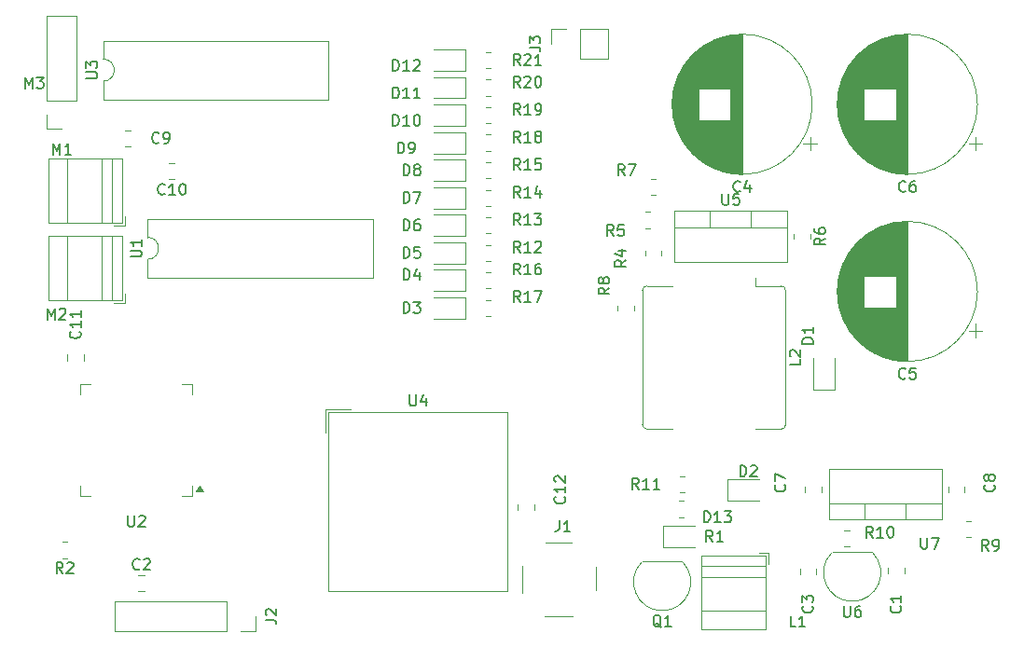
<source format=gbr>
%TF.GenerationSoftware,KiCad,Pcbnew,8.0.3*%
%TF.CreationDate,2024-07-18T08:26:54+01:00*%
%TF.ProjectId,sub,7375622e-6b69-4636-9164-5f7063625858,rev?*%
%TF.SameCoordinates,Original*%
%TF.FileFunction,Legend,Top*%
%TF.FilePolarity,Positive*%
%FSLAX46Y46*%
G04 Gerber Fmt 4.6, Leading zero omitted, Abs format (unit mm)*
G04 Created by KiCad (PCBNEW 8.0.3) date 2024-07-18 08:26:54*
%MOMM*%
%LPD*%
G01*
G04 APERTURE LIST*
%ADD10C,0.150000*%
%ADD11C,0.120000*%
%ADD12C,0.100000*%
G04 APERTURE END LIST*
D10*
X143333333Y-78359580D02*
X143285714Y-78407200D01*
X143285714Y-78407200D02*
X143142857Y-78454819D01*
X143142857Y-78454819D02*
X143047619Y-78454819D01*
X143047619Y-78454819D02*
X142904762Y-78407200D01*
X142904762Y-78407200D02*
X142809524Y-78311961D01*
X142809524Y-78311961D02*
X142761905Y-78216723D01*
X142761905Y-78216723D02*
X142714286Y-78026247D01*
X142714286Y-78026247D02*
X142714286Y-77883390D01*
X142714286Y-77883390D02*
X142761905Y-77692914D01*
X142761905Y-77692914D02*
X142809524Y-77597676D01*
X142809524Y-77597676D02*
X142904762Y-77502438D01*
X142904762Y-77502438D02*
X143047619Y-77454819D01*
X143047619Y-77454819D02*
X143142857Y-77454819D01*
X143142857Y-77454819D02*
X143285714Y-77502438D01*
X143285714Y-77502438D02*
X143333333Y-77550057D01*
X144190476Y-77454819D02*
X144000000Y-77454819D01*
X144000000Y-77454819D02*
X143904762Y-77502438D01*
X143904762Y-77502438D02*
X143857143Y-77550057D01*
X143857143Y-77550057D02*
X143761905Y-77692914D01*
X143761905Y-77692914D02*
X143714286Y-77883390D01*
X143714286Y-77883390D02*
X143714286Y-78264342D01*
X143714286Y-78264342D02*
X143761905Y-78359580D01*
X143761905Y-78359580D02*
X143809524Y-78407200D01*
X143809524Y-78407200D02*
X143904762Y-78454819D01*
X143904762Y-78454819D02*
X144095238Y-78454819D01*
X144095238Y-78454819D02*
X144190476Y-78407200D01*
X144190476Y-78407200D02*
X144238095Y-78359580D01*
X144238095Y-78359580D02*
X144285714Y-78264342D01*
X144285714Y-78264342D02*
X144285714Y-78026247D01*
X144285714Y-78026247D02*
X144238095Y-77931009D01*
X144238095Y-77931009D02*
X144190476Y-77883390D01*
X144190476Y-77883390D02*
X144095238Y-77835771D01*
X144095238Y-77835771D02*
X143904762Y-77835771D01*
X143904762Y-77835771D02*
X143809524Y-77883390D01*
X143809524Y-77883390D02*
X143761905Y-77931009D01*
X143761905Y-77931009D02*
X143714286Y-78026247D01*
X143333333Y-95359580D02*
X143285714Y-95407200D01*
X143285714Y-95407200D02*
X143142857Y-95454819D01*
X143142857Y-95454819D02*
X143047619Y-95454819D01*
X143047619Y-95454819D02*
X142904762Y-95407200D01*
X142904762Y-95407200D02*
X142809524Y-95311961D01*
X142809524Y-95311961D02*
X142761905Y-95216723D01*
X142761905Y-95216723D02*
X142714286Y-95026247D01*
X142714286Y-95026247D02*
X142714286Y-94883390D01*
X142714286Y-94883390D02*
X142761905Y-94692914D01*
X142761905Y-94692914D02*
X142809524Y-94597676D01*
X142809524Y-94597676D02*
X142904762Y-94502438D01*
X142904762Y-94502438D02*
X143047619Y-94454819D01*
X143047619Y-94454819D02*
X143142857Y-94454819D01*
X143142857Y-94454819D02*
X143285714Y-94502438D01*
X143285714Y-94502438D02*
X143333333Y-94550057D01*
X144238095Y-94454819D02*
X143761905Y-94454819D01*
X143761905Y-94454819D02*
X143714286Y-94931009D01*
X143714286Y-94931009D02*
X143761905Y-94883390D01*
X143761905Y-94883390D02*
X143857143Y-94835771D01*
X143857143Y-94835771D02*
X144095238Y-94835771D01*
X144095238Y-94835771D02*
X144190476Y-94883390D01*
X144190476Y-94883390D02*
X144238095Y-94931009D01*
X144238095Y-94931009D02*
X144285714Y-95026247D01*
X144285714Y-95026247D02*
X144285714Y-95264342D01*
X144285714Y-95264342D02*
X144238095Y-95359580D01*
X144238095Y-95359580D02*
X144190476Y-95407200D01*
X144190476Y-95407200D02*
X144095238Y-95454819D01*
X144095238Y-95454819D02*
X143857143Y-95454819D01*
X143857143Y-95454819D02*
X143761905Y-95407200D01*
X143761905Y-95407200D02*
X143714286Y-95359580D01*
X128333333Y-78359580D02*
X128285714Y-78407200D01*
X128285714Y-78407200D02*
X128142857Y-78454819D01*
X128142857Y-78454819D02*
X128047619Y-78454819D01*
X128047619Y-78454819D02*
X127904762Y-78407200D01*
X127904762Y-78407200D02*
X127809524Y-78311961D01*
X127809524Y-78311961D02*
X127761905Y-78216723D01*
X127761905Y-78216723D02*
X127714286Y-78026247D01*
X127714286Y-78026247D02*
X127714286Y-77883390D01*
X127714286Y-77883390D02*
X127761905Y-77692914D01*
X127761905Y-77692914D02*
X127809524Y-77597676D01*
X127809524Y-77597676D02*
X127904762Y-77502438D01*
X127904762Y-77502438D02*
X128047619Y-77454819D01*
X128047619Y-77454819D02*
X128142857Y-77454819D01*
X128142857Y-77454819D02*
X128285714Y-77502438D01*
X128285714Y-77502438D02*
X128333333Y-77550057D01*
X129190476Y-77788152D02*
X129190476Y-78454819D01*
X128952381Y-77407200D02*
X128714286Y-78121485D01*
X128714286Y-78121485D02*
X129333333Y-78121485D01*
X96785714Y-69954819D02*
X96785714Y-68954819D01*
X96785714Y-68954819D02*
X97023809Y-68954819D01*
X97023809Y-68954819D02*
X97166666Y-69002438D01*
X97166666Y-69002438D02*
X97261904Y-69097676D01*
X97261904Y-69097676D02*
X97309523Y-69192914D01*
X97309523Y-69192914D02*
X97357142Y-69383390D01*
X97357142Y-69383390D02*
X97357142Y-69526247D01*
X97357142Y-69526247D02*
X97309523Y-69716723D01*
X97309523Y-69716723D02*
X97261904Y-69811961D01*
X97261904Y-69811961D02*
X97166666Y-69907200D01*
X97166666Y-69907200D02*
X97023809Y-69954819D01*
X97023809Y-69954819D02*
X96785714Y-69954819D01*
X98309523Y-69954819D02*
X97738095Y-69954819D01*
X98023809Y-69954819D02*
X98023809Y-68954819D01*
X98023809Y-68954819D02*
X97928571Y-69097676D01*
X97928571Y-69097676D02*
X97833333Y-69192914D01*
X97833333Y-69192914D02*
X97738095Y-69240533D01*
X99261904Y-69954819D02*
X98690476Y-69954819D01*
X98976190Y-69954819D02*
X98976190Y-68954819D01*
X98976190Y-68954819D02*
X98880952Y-69097676D01*
X98880952Y-69097676D02*
X98785714Y-69192914D01*
X98785714Y-69192914D02*
X98690476Y-69240533D01*
X72979819Y-84341904D02*
X73789342Y-84341904D01*
X73789342Y-84341904D02*
X73884580Y-84294285D01*
X73884580Y-84294285D02*
X73932200Y-84246666D01*
X73932200Y-84246666D02*
X73979819Y-84151428D01*
X73979819Y-84151428D02*
X73979819Y-83960952D01*
X73979819Y-83960952D02*
X73932200Y-83865714D01*
X73932200Y-83865714D02*
X73884580Y-83818095D01*
X73884580Y-83818095D02*
X73789342Y-83770476D01*
X73789342Y-83770476D02*
X72979819Y-83770476D01*
X73979819Y-82770476D02*
X73979819Y-83341904D01*
X73979819Y-83056190D02*
X72979819Y-83056190D01*
X72979819Y-83056190D02*
X73122676Y-83151428D01*
X73122676Y-83151428D02*
X73217914Y-83246666D01*
X73217914Y-83246666D02*
X73265533Y-83341904D01*
X116833333Y-82454819D02*
X116500000Y-81978628D01*
X116261905Y-82454819D02*
X116261905Y-81454819D01*
X116261905Y-81454819D02*
X116642857Y-81454819D01*
X116642857Y-81454819D02*
X116738095Y-81502438D01*
X116738095Y-81502438D02*
X116785714Y-81550057D01*
X116785714Y-81550057D02*
X116833333Y-81645295D01*
X116833333Y-81645295D02*
X116833333Y-81788152D01*
X116833333Y-81788152D02*
X116785714Y-81883390D01*
X116785714Y-81883390D02*
X116738095Y-81931009D01*
X116738095Y-81931009D02*
X116642857Y-81978628D01*
X116642857Y-81978628D02*
X116261905Y-81978628D01*
X117738095Y-81454819D02*
X117261905Y-81454819D01*
X117261905Y-81454819D02*
X117214286Y-81931009D01*
X117214286Y-81931009D02*
X117261905Y-81883390D01*
X117261905Y-81883390D02*
X117357143Y-81835771D01*
X117357143Y-81835771D02*
X117595238Y-81835771D01*
X117595238Y-81835771D02*
X117690476Y-81883390D01*
X117690476Y-81883390D02*
X117738095Y-81931009D01*
X117738095Y-81931009D02*
X117785714Y-82026247D01*
X117785714Y-82026247D02*
X117785714Y-82264342D01*
X117785714Y-82264342D02*
X117738095Y-82359580D01*
X117738095Y-82359580D02*
X117690476Y-82407200D01*
X117690476Y-82407200D02*
X117595238Y-82454819D01*
X117595238Y-82454819D02*
X117357143Y-82454819D01*
X117357143Y-82454819D02*
X117261905Y-82407200D01*
X117261905Y-82407200D02*
X117214286Y-82359580D01*
X108357142Y-83954819D02*
X108023809Y-83478628D01*
X107785714Y-83954819D02*
X107785714Y-82954819D01*
X107785714Y-82954819D02*
X108166666Y-82954819D01*
X108166666Y-82954819D02*
X108261904Y-83002438D01*
X108261904Y-83002438D02*
X108309523Y-83050057D01*
X108309523Y-83050057D02*
X108357142Y-83145295D01*
X108357142Y-83145295D02*
X108357142Y-83288152D01*
X108357142Y-83288152D02*
X108309523Y-83383390D01*
X108309523Y-83383390D02*
X108261904Y-83431009D01*
X108261904Y-83431009D02*
X108166666Y-83478628D01*
X108166666Y-83478628D02*
X107785714Y-83478628D01*
X109309523Y-83954819D02*
X108738095Y-83954819D01*
X109023809Y-83954819D02*
X109023809Y-82954819D01*
X109023809Y-82954819D02*
X108928571Y-83097676D01*
X108928571Y-83097676D02*
X108833333Y-83192914D01*
X108833333Y-83192914D02*
X108738095Y-83240533D01*
X109690476Y-83050057D02*
X109738095Y-83002438D01*
X109738095Y-83002438D02*
X109833333Y-82954819D01*
X109833333Y-82954819D02*
X110071428Y-82954819D01*
X110071428Y-82954819D02*
X110166666Y-83002438D01*
X110166666Y-83002438D02*
X110214285Y-83050057D01*
X110214285Y-83050057D02*
X110261904Y-83145295D01*
X110261904Y-83145295D02*
X110261904Y-83240533D01*
X110261904Y-83240533D02*
X110214285Y-83383390D01*
X110214285Y-83383390D02*
X109642857Y-83954819D01*
X109642857Y-83954819D02*
X110261904Y-83954819D01*
X112359580Y-106142857D02*
X112407200Y-106190476D01*
X112407200Y-106190476D02*
X112454819Y-106333333D01*
X112454819Y-106333333D02*
X112454819Y-106428571D01*
X112454819Y-106428571D02*
X112407200Y-106571428D01*
X112407200Y-106571428D02*
X112311961Y-106666666D01*
X112311961Y-106666666D02*
X112216723Y-106714285D01*
X112216723Y-106714285D02*
X112026247Y-106761904D01*
X112026247Y-106761904D02*
X111883390Y-106761904D01*
X111883390Y-106761904D02*
X111692914Y-106714285D01*
X111692914Y-106714285D02*
X111597676Y-106666666D01*
X111597676Y-106666666D02*
X111502438Y-106571428D01*
X111502438Y-106571428D02*
X111454819Y-106428571D01*
X111454819Y-106428571D02*
X111454819Y-106333333D01*
X111454819Y-106333333D02*
X111502438Y-106190476D01*
X111502438Y-106190476D02*
X111550057Y-106142857D01*
X112454819Y-105190476D02*
X112454819Y-105761904D01*
X112454819Y-105476190D02*
X111454819Y-105476190D01*
X111454819Y-105476190D02*
X111597676Y-105571428D01*
X111597676Y-105571428D02*
X111692914Y-105666666D01*
X111692914Y-105666666D02*
X111740533Y-105761904D01*
X111550057Y-104809523D02*
X111502438Y-104761904D01*
X111502438Y-104761904D02*
X111454819Y-104666666D01*
X111454819Y-104666666D02*
X111454819Y-104428571D01*
X111454819Y-104428571D02*
X111502438Y-104333333D01*
X111502438Y-104333333D02*
X111550057Y-104285714D01*
X111550057Y-104285714D02*
X111645295Y-104238095D01*
X111645295Y-104238095D02*
X111740533Y-104238095D01*
X111740533Y-104238095D02*
X111883390Y-104285714D01*
X111883390Y-104285714D02*
X112454819Y-104857142D01*
X112454819Y-104857142D02*
X112454819Y-104238095D01*
X108357142Y-88454819D02*
X108023809Y-87978628D01*
X107785714Y-88454819D02*
X107785714Y-87454819D01*
X107785714Y-87454819D02*
X108166666Y-87454819D01*
X108166666Y-87454819D02*
X108261904Y-87502438D01*
X108261904Y-87502438D02*
X108309523Y-87550057D01*
X108309523Y-87550057D02*
X108357142Y-87645295D01*
X108357142Y-87645295D02*
X108357142Y-87788152D01*
X108357142Y-87788152D02*
X108309523Y-87883390D01*
X108309523Y-87883390D02*
X108261904Y-87931009D01*
X108261904Y-87931009D02*
X108166666Y-87978628D01*
X108166666Y-87978628D02*
X107785714Y-87978628D01*
X109309523Y-88454819D02*
X108738095Y-88454819D01*
X109023809Y-88454819D02*
X109023809Y-87454819D01*
X109023809Y-87454819D02*
X108928571Y-87597676D01*
X108928571Y-87597676D02*
X108833333Y-87692914D01*
X108833333Y-87692914D02*
X108738095Y-87740533D01*
X109642857Y-87454819D02*
X110309523Y-87454819D01*
X110309523Y-87454819D02*
X109880952Y-88454819D01*
X116454819Y-87166666D02*
X115978628Y-87499999D01*
X116454819Y-87738094D02*
X115454819Y-87738094D01*
X115454819Y-87738094D02*
X115454819Y-87357142D01*
X115454819Y-87357142D02*
X115502438Y-87261904D01*
X115502438Y-87261904D02*
X115550057Y-87214285D01*
X115550057Y-87214285D02*
X115645295Y-87166666D01*
X115645295Y-87166666D02*
X115788152Y-87166666D01*
X115788152Y-87166666D02*
X115883390Y-87214285D01*
X115883390Y-87214285D02*
X115931009Y-87261904D01*
X115931009Y-87261904D02*
X115978628Y-87357142D01*
X115978628Y-87357142D02*
X115978628Y-87738094D01*
X115883390Y-86595237D02*
X115835771Y-86690475D01*
X115835771Y-86690475D02*
X115788152Y-86738094D01*
X115788152Y-86738094D02*
X115692914Y-86785713D01*
X115692914Y-86785713D02*
X115645295Y-86785713D01*
X115645295Y-86785713D02*
X115550057Y-86738094D01*
X115550057Y-86738094D02*
X115502438Y-86690475D01*
X115502438Y-86690475D02*
X115454819Y-86595237D01*
X115454819Y-86595237D02*
X115454819Y-86404761D01*
X115454819Y-86404761D02*
X115502438Y-86309523D01*
X115502438Y-86309523D02*
X115550057Y-86261904D01*
X115550057Y-86261904D02*
X115645295Y-86214285D01*
X115645295Y-86214285D02*
X115692914Y-86214285D01*
X115692914Y-86214285D02*
X115788152Y-86261904D01*
X115788152Y-86261904D02*
X115835771Y-86309523D01*
X115835771Y-86309523D02*
X115883390Y-86404761D01*
X115883390Y-86404761D02*
X115883390Y-86595237D01*
X115883390Y-86595237D02*
X115931009Y-86690475D01*
X115931009Y-86690475D02*
X115978628Y-86738094D01*
X115978628Y-86738094D02*
X116073866Y-86785713D01*
X116073866Y-86785713D02*
X116264342Y-86785713D01*
X116264342Y-86785713D02*
X116359580Y-86738094D01*
X116359580Y-86738094D02*
X116407200Y-86690475D01*
X116407200Y-86690475D02*
X116454819Y-86595237D01*
X116454819Y-86595237D02*
X116454819Y-86404761D01*
X116454819Y-86404761D02*
X116407200Y-86309523D01*
X116407200Y-86309523D02*
X116359580Y-86261904D01*
X116359580Y-86261904D02*
X116264342Y-86214285D01*
X116264342Y-86214285D02*
X116073866Y-86214285D01*
X116073866Y-86214285D02*
X115978628Y-86261904D01*
X115978628Y-86261904D02*
X115931009Y-86309523D01*
X115931009Y-86309523D02*
X115883390Y-86404761D01*
X75563333Y-73949580D02*
X75515714Y-73997200D01*
X75515714Y-73997200D02*
X75372857Y-74044819D01*
X75372857Y-74044819D02*
X75277619Y-74044819D01*
X75277619Y-74044819D02*
X75134762Y-73997200D01*
X75134762Y-73997200D02*
X75039524Y-73901961D01*
X75039524Y-73901961D02*
X74991905Y-73806723D01*
X74991905Y-73806723D02*
X74944286Y-73616247D01*
X74944286Y-73616247D02*
X74944286Y-73473390D01*
X74944286Y-73473390D02*
X74991905Y-73282914D01*
X74991905Y-73282914D02*
X75039524Y-73187676D01*
X75039524Y-73187676D02*
X75134762Y-73092438D01*
X75134762Y-73092438D02*
X75277619Y-73044819D01*
X75277619Y-73044819D02*
X75372857Y-73044819D01*
X75372857Y-73044819D02*
X75515714Y-73092438D01*
X75515714Y-73092438D02*
X75563333Y-73140057D01*
X76039524Y-74044819D02*
X76230000Y-74044819D01*
X76230000Y-74044819D02*
X76325238Y-73997200D01*
X76325238Y-73997200D02*
X76372857Y-73949580D01*
X76372857Y-73949580D02*
X76468095Y-73806723D01*
X76468095Y-73806723D02*
X76515714Y-73616247D01*
X76515714Y-73616247D02*
X76515714Y-73235295D01*
X76515714Y-73235295D02*
X76468095Y-73140057D01*
X76468095Y-73140057D02*
X76420476Y-73092438D01*
X76420476Y-73092438D02*
X76325238Y-73044819D01*
X76325238Y-73044819D02*
X76134762Y-73044819D01*
X76134762Y-73044819D02*
X76039524Y-73092438D01*
X76039524Y-73092438D02*
X75991905Y-73140057D01*
X75991905Y-73140057D02*
X75944286Y-73235295D01*
X75944286Y-73235295D02*
X75944286Y-73473390D01*
X75944286Y-73473390D02*
X75991905Y-73568628D01*
X75991905Y-73568628D02*
X76039524Y-73616247D01*
X76039524Y-73616247D02*
X76134762Y-73663866D01*
X76134762Y-73663866D02*
X76325238Y-73663866D01*
X76325238Y-73663866D02*
X76420476Y-73616247D01*
X76420476Y-73616247D02*
X76468095Y-73568628D01*
X76468095Y-73568628D02*
X76515714Y-73473390D01*
X108357142Y-68954819D02*
X108023809Y-68478628D01*
X107785714Y-68954819D02*
X107785714Y-67954819D01*
X107785714Y-67954819D02*
X108166666Y-67954819D01*
X108166666Y-67954819D02*
X108261904Y-68002438D01*
X108261904Y-68002438D02*
X108309523Y-68050057D01*
X108309523Y-68050057D02*
X108357142Y-68145295D01*
X108357142Y-68145295D02*
X108357142Y-68288152D01*
X108357142Y-68288152D02*
X108309523Y-68383390D01*
X108309523Y-68383390D02*
X108261904Y-68431009D01*
X108261904Y-68431009D02*
X108166666Y-68478628D01*
X108166666Y-68478628D02*
X107785714Y-68478628D01*
X108738095Y-68050057D02*
X108785714Y-68002438D01*
X108785714Y-68002438D02*
X108880952Y-67954819D01*
X108880952Y-67954819D02*
X109119047Y-67954819D01*
X109119047Y-67954819D02*
X109214285Y-68002438D01*
X109214285Y-68002438D02*
X109261904Y-68050057D01*
X109261904Y-68050057D02*
X109309523Y-68145295D01*
X109309523Y-68145295D02*
X109309523Y-68240533D01*
X109309523Y-68240533D02*
X109261904Y-68383390D01*
X109261904Y-68383390D02*
X108690476Y-68954819D01*
X108690476Y-68954819D02*
X109309523Y-68954819D01*
X109928571Y-67954819D02*
X110023809Y-67954819D01*
X110023809Y-67954819D02*
X110119047Y-68002438D01*
X110119047Y-68002438D02*
X110166666Y-68050057D01*
X110166666Y-68050057D02*
X110214285Y-68145295D01*
X110214285Y-68145295D02*
X110261904Y-68335771D01*
X110261904Y-68335771D02*
X110261904Y-68573866D01*
X110261904Y-68573866D02*
X110214285Y-68764342D01*
X110214285Y-68764342D02*
X110166666Y-68859580D01*
X110166666Y-68859580D02*
X110119047Y-68907200D01*
X110119047Y-68907200D02*
X110023809Y-68954819D01*
X110023809Y-68954819D02*
X109928571Y-68954819D01*
X109928571Y-68954819D02*
X109833333Y-68907200D01*
X109833333Y-68907200D02*
X109785714Y-68859580D01*
X109785714Y-68859580D02*
X109738095Y-68764342D01*
X109738095Y-68764342D02*
X109690476Y-68573866D01*
X109690476Y-68573866D02*
X109690476Y-68335771D01*
X109690476Y-68335771D02*
X109738095Y-68145295D01*
X109738095Y-68145295D02*
X109785714Y-68050057D01*
X109785714Y-68050057D02*
X109833333Y-68002438D01*
X109833333Y-68002438D02*
X109928571Y-67954819D01*
X111894166Y-108287319D02*
X111894166Y-109001604D01*
X111894166Y-109001604D02*
X111846547Y-109144461D01*
X111846547Y-109144461D02*
X111751309Y-109239700D01*
X111751309Y-109239700D02*
X111608452Y-109287319D01*
X111608452Y-109287319D02*
X111513214Y-109287319D01*
X112894166Y-109287319D02*
X112322738Y-109287319D01*
X112608452Y-109287319D02*
X112608452Y-108287319D01*
X112608452Y-108287319D02*
X112513214Y-108430176D01*
X112513214Y-108430176D02*
X112417976Y-108525414D01*
X112417976Y-108525414D02*
X112322738Y-108573033D01*
X108357142Y-81454819D02*
X108023809Y-80978628D01*
X107785714Y-81454819D02*
X107785714Y-80454819D01*
X107785714Y-80454819D02*
X108166666Y-80454819D01*
X108166666Y-80454819D02*
X108261904Y-80502438D01*
X108261904Y-80502438D02*
X108309523Y-80550057D01*
X108309523Y-80550057D02*
X108357142Y-80645295D01*
X108357142Y-80645295D02*
X108357142Y-80788152D01*
X108357142Y-80788152D02*
X108309523Y-80883390D01*
X108309523Y-80883390D02*
X108261904Y-80931009D01*
X108261904Y-80931009D02*
X108166666Y-80978628D01*
X108166666Y-80978628D02*
X107785714Y-80978628D01*
X109309523Y-81454819D02*
X108738095Y-81454819D01*
X109023809Y-81454819D02*
X109023809Y-80454819D01*
X109023809Y-80454819D02*
X108928571Y-80597676D01*
X108928571Y-80597676D02*
X108833333Y-80692914D01*
X108833333Y-80692914D02*
X108738095Y-80740533D01*
X109642857Y-80454819D02*
X110261904Y-80454819D01*
X110261904Y-80454819D02*
X109928571Y-80835771D01*
X109928571Y-80835771D02*
X110071428Y-80835771D01*
X110071428Y-80835771D02*
X110166666Y-80883390D01*
X110166666Y-80883390D02*
X110214285Y-80931009D01*
X110214285Y-80931009D02*
X110261904Y-81026247D01*
X110261904Y-81026247D02*
X110261904Y-81264342D01*
X110261904Y-81264342D02*
X110214285Y-81359580D01*
X110214285Y-81359580D02*
X110166666Y-81407200D01*
X110166666Y-81407200D02*
X110071428Y-81454819D01*
X110071428Y-81454819D02*
X109785714Y-81454819D01*
X109785714Y-81454819D02*
X109690476Y-81407200D01*
X109690476Y-81407200D02*
X109642857Y-81359580D01*
X109184819Y-65333333D02*
X109899104Y-65333333D01*
X109899104Y-65333333D02*
X110041961Y-65380952D01*
X110041961Y-65380952D02*
X110137200Y-65476190D01*
X110137200Y-65476190D02*
X110184819Y-65619047D01*
X110184819Y-65619047D02*
X110184819Y-65714285D01*
X109184819Y-64952380D02*
X109184819Y-64333333D01*
X109184819Y-64333333D02*
X109565771Y-64666666D01*
X109565771Y-64666666D02*
X109565771Y-64523809D01*
X109565771Y-64523809D02*
X109613390Y-64428571D01*
X109613390Y-64428571D02*
X109661009Y-64380952D01*
X109661009Y-64380952D02*
X109756247Y-64333333D01*
X109756247Y-64333333D02*
X109994342Y-64333333D01*
X109994342Y-64333333D02*
X110089580Y-64380952D01*
X110089580Y-64380952D02*
X110137200Y-64428571D01*
X110137200Y-64428571D02*
X110184819Y-64523809D01*
X110184819Y-64523809D02*
X110184819Y-64809523D01*
X110184819Y-64809523D02*
X110137200Y-64904761D01*
X110137200Y-64904761D02*
X110089580Y-64952380D01*
X142859580Y-116071666D02*
X142907200Y-116119285D01*
X142907200Y-116119285D02*
X142954819Y-116262142D01*
X142954819Y-116262142D02*
X142954819Y-116357380D01*
X142954819Y-116357380D02*
X142907200Y-116500237D01*
X142907200Y-116500237D02*
X142811961Y-116595475D01*
X142811961Y-116595475D02*
X142716723Y-116643094D01*
X142716723Y-116643094D02*
X142526247Y-116690713D01*
X142526247Y-116690713D02*
X142383390Y-116690713D01*
X142383390Y-116690713D02*
X142192914Y-116643094D01*
X142192914Y-116643094D02*
X142097676Y-116595475D01*
X142097676Y-116595475D02*
X142002438Y-116500237D01*
X142002438Y-116500237D02*
X141954819Y-116357380D01*
X141954819Y-116357380D02*
X141954819Y-116262142D01*
X141954819Y-116262142D02*
X142002438Y-116119285D01*
X142002438Y-116119285D02*
X142050057Y-116071666D01*
X142954819Y-115119285D02*
X142954819Y-115690713D01*
X142954819Y-115404999D02*
X141954819Y-115404999D01*
X141954819Y-115404999D02*
X142097676Y-115500237D01*
X142097676Y-115500237D02*
X142192914Y-115595475D01*
X142192914Y-115595475D02*
X142240533Y-115690713D01*
X125833333Y-110204819D02*
X125500000Y-109728628D01*
X125261905Y-110204819D02*
X125261905Y-109204819D01*
X125261905Y-109204819D02*
X125642857Y-109204819D01*
X125642857Y-109204819D02*
X125738095Y-109252438D01*
X125738095Y-109252438D02*
X125785714Y-109300057D01*
X125785714Y-109300057D02*
X125833333Y-109395295D01*
X125833333Y-109395295D02*
X125833333Y-109538152D01*
X125833333Y-109538152D02*
X125785714Y-109633390D01*
X125785714Y-109633390D02*
X125738095Y-109681009D01*
X125738095Y-109681009D02*
X125642857Y-109728628D01*
X125642857Y-109728628D02*
X125261905Y-109728628D01*
X126785714Y-110204819D02*
X126214286Y-110204819D01*
X126500000Y-110204819D02*
X126500000Y-109204819D01*
X126500000Y-109204819D02*
X126404762Y-109347676D01*
X126404762Y-109347676D02*
X126309524Y-109442914D01*
X126309524Y-109442914D02*
X126214286Y-109490533D01*
X150873333Y-111034819D02*
X150540000Y-110558628D01*
X150301905Y-111034819D02*
X150301905Y-110034819D01*
X150301905Y-110034819D02*
X150682857Y-110034819D01*
X150682857Y-110034819D02*
X150778095Y-110082438D01*
X150778095Y-110082438D02*
X150825714Y-110130057D01*
X150825714Y-110130057D02*
X150873333Y-110225295D01*
X150873333Y-110225295D02*
X150873333Y-110368152D01*
X150873333Y-110368152D02*
X150825714Y-110463390D01*
X150825714Y-110463390D02*
X150778095Y-110511009D01*
X150778095Y-110511009D02*
X150682857Y-110558628D01*
X150682857Y-110558628D02*
X150301905Y-110558628D01*
X151349524Y-111034819D02*
X151540000Y-111034819D01*
X151540000Y-111034819D02*
X151635238Y-110987200D01*
X151635238Y-110987200D02*
X151682857Y-110939580D01*
X151682857Y-110939580D02*
X151778095Y-110796723D01*
X151778095Y-110796723D02*
X151825714Y-110606247D01*
X151825714Y-110606247D02*
X151825714Y-110225295D01*
X151825714Y-110225295D02*
X151778095Y-110130057D01*
X151778095Y-110130057D02*
X151730476Y-110082438D01*
X151730476Y-110082438D02*
X151635238Y-110034819D01*
X151635238Y-110034819D02*
X151444762Y-110034819D01*
X151444762Y-110034819D02*
X151349524Y-110082438D01*
X151349524Y-110082438D02*
X151301905Y-110130057D01*
X151301905Y-110130057D02*
X151254286Y-110225295D01*
X151254286Y-110225295D02*
X151254286Y-110463390D01*
X151254286Y-110463390D02*
X151301905Y-110558628D01*
X151301905Y-110558628D02*
X151349524Y-110606247D01*
X151349524Y-110606247D02*
X151444762Y-110653866D01*
X151444762Y-110653866D02*
X151635238Y-110653866D01*
X151635238Y-110653866D02*
X151730476Y-110606247D01*
X151730476Y-110606247D02*
X151778095Y-110558628D01*
X151778095Y-110558628D02*
X151825714Y-110463390D01*
X108357142Y-66954819D02*
X108023809Y-66478628D01*
X107785714Y-66954819D02*
X107785714Y-65954819D01*
X107785714Y-65954819D02*
X108166666Y-65954819D01*
X108166666Y-65954819D02*
X108261904Y-66002438D01*
X108261904Y-66002438D02*
X108309523Y-66050057D01*
X108309523Y-66050057D02*
X108357142Y-66145295D01*
X108357142Y-66145295D02*
X108357142Y-66288152D01*
X108357142Y-66288152D02*
X108309523Y-66383390D01*
X108309523Y-66383390D02*
X108261904Y-66431009D01*
X108261904Y-66431009D02*
X108166666Y-66478628D01*
X108166666Y-66478628D02*
X107785714Y-66478628D01*
X108738095Y-66050057D02*
X108785714Y-66002438D01*
X108785714Y-66002438D02*
X108880952Y-65954819D01*
X108880952Y-65954819D02*
X109119047Y-65954819D01*
X109119047Y-65954819D02*
X109214285Y-66002438D01*
X109214285Y-66002438D02*
X109261904Y-66050057D01*
X109261904Y-66050057D02*
X109309523Y-66145295D01*
X109309523Y-66145295D02*
X109309523Y-66240533D01*
X109309523Y-66240533D02*
X109261904Y-66383390D01*
X109261904Y-66383390D02*
X108690476Y-66954819D01*
X108690476Y-66954819D02*
X109309523Y-66954819D01*
X110261904Y-66954819D02*
X109690476Y-66954819D01*
X109976190Y-66954819D02*
X109976190Y-65954819D01*
X109976190Y-65954819D02*
X109880952Y-66097676D01*
X109880952Y-66097676D02*
X109785714Y-66192914D01*
X109785714Y-66192914D02*
X109690476Y-66240533D01*
X97761905Y-79454819D02*
X97761905Y-78454819D01*
X97761905Y-78454819D02*
X98000000Y-78454819D01*
X98000000Y-78454819D02*
X98142857Y-78502438D01*
X98142857Y-78502438D02*
X98238095Y-78597676D01*
X98238095Y-78597676D02*
X98285714Y-78692914D01*
X98285714Y-78692914D02*
X98333333Y-78883390D01*
X98333333Y-78883390D02*
X98333333Y-79026247D01*
X98333333Y-79026247D02*
X98285714Y-79216723D01*
X98285714Y-79216723D02*
X98238095Y-79311961D01*
X98238095Y-79311961D02*
X98142857Y-79407200D01*
X98142857Y-79407200D02*
X98000000Y-79454819D01*
X98000000Y-79454819D02*
X97761905Y-79454819D01*
X98666667Y-78454819D02*
X99333333Y-78454819D01*
X99333333Y-78454819D02*
X98904762Y-79454819D01*
X96785714Y-72454819D02*
X96785714Y-71454819D01*
X96785714Y-71454819D02*
X97023809Y-71454819D01*
X97023809Y-71454819D02*
X97166666Y-71502438D01*
X97166666Y-71502438D02*
X97261904Y-71597676D01*
X97261904Y-71597676D02*
X97309523Y-71692914D01*
X97309523Y-71692914D02*
X97357142Y-71883390D01*
X97357142Y-71883390D02*
X97357142Y-72026247D01*
X97357142Y-72026247D02*
X97309523Y-72216723D01*
X97309523Y-72216723D02*
X97261904Y-72311961D01*
X97261904Y-72311961D02*
X97166666Y-72407200D01*
X97166666Y-72407200D02*
X97023809Y-72454819D01*
X97023809Y-72454819D02*
X96785714Y-72454819D01*
X98309523Y-72454819D02*
X97738095Y-72454819D01*
X98023809Y-72454819D02*
X98023809Y-71454819D01*
X98023809Y-71454819D02*
X97928571Y-71597676D01*
X97928571Y-71597676D02*
X97833333Y-71692914D01*
X97833333Y-71692914D02*
X97738095Y-71740533D01*
X98928571Y-71454819D02*
X99023809Y-71454819D01*
X99023809Y-71454819D02*
X99119047Y-71502438D01*
X99119047Y-71502438D02*
X99166666Y-71550057D01*
X99166666Y-71550057D02*
X99214285Y-71645295D01*
X99214285Y-71645295D02*
X99261904Y-71835771D01*
X99261904Y-71835771D02*
X99261904Y-72073866D01*
X99261904Y-72073866D02*
X99214285Y-72264342D01*
X99214285Y-72264342D02*
X99166666Y-72359580D01*
X99166666Y-72359580D02*
X99119047Y-72407200D01*
X99119047Y-72407200D02*
X99023809Y-72454819D01*
X99023809Y-72454819D02*
X98928571Y-72454819D01*
X98928571Y-72454819D02*
X98833333Y-72407200D01*
X98833333Y-72407200D02*
X98785714Y-72359580D01*
X98785714Y-72359580D02*
X98738095Y-72264342D01*
X98738095Y-72264342D02*
X98690476Y-72073866D01*
X98690476Y-72073866D02*
X98690476Y-71835771D01*
X98690476Y-71835771D02*
X98738095Y-71645295D01*
X98738095Y-71645295D02*
X98785714Y-71550057D01*
X98785714Y-71550057D02*
X98833333Y-71502438D01*
X98833333Y-71502438D02*
X98928571Y-71454819D01*
X73795833Y-112679580D02*
X73748214Y-112727200D01*
X73748214Y-112727200D02*
X73605357Y-112774819D01*
X73605357Y-112774819D02*
X73510119Y-112774819D01*
X73510119Y-112774819D02*
X73367262Y-112727200D01*
X73367262Y-112727200D02*
X73272024Y-112631961D01*
X73272024Y-112631961D02*
X73224405Y-112536723D01*
X73224405Y-112536723D02*
X73176786Y-112346247D01*
X73176786Y-112346247D02*
X73176786Y-112203390D01*
X73176786Y-112203390D02*
X73224405Y-112012914D01*
X73224405Y-112012914D02*
X73272024Y-111917676D01*
X73272024Y-111917676D02*
X73367262Y-111822438D01*
X73367262Y-111822438D02*
X73510119Y-111774819D01*
X73510119Y-111774819D02*
X73605357Y-111774819D01*
X73605357Y-111774819D02*
X73748214Y-111822438D01*
X73748214Y-111822438D02*
X73795833Y-111870057D01*
X74176786Y-111870057D02*
X74224405Y-111822438D01*
X74224405Y-111822438D02*
X74319643Y-111774819D01*
X74319643Y-111774819D02*
X74557738Y-111774819D01*
X74557738Y-111774819D02*
X74652976Y-111822438D01*
X74652976Y-111822438D02*
X74700595Y-111870057D01*
X74700595Y-111870057D02*
X74748214Y-111965295D01*
X74748214Y-111965295D02*
X74748214Y-112060533D01*
X74748214Y-112060533D02*
X74700595Y-112203390D01*
X74700595Y-112203390D02*
X74129167Y-112774819D01*
X74129167Y-112774819D02*
X74748214Y-112774819D01*
X126690366Y-78629819D02*
X126690366Y-79439342D01*
X126690366Y-79439342D02*
X126737985Y-79534580D01*
X126737985Y-79534580D02*
X126785604Y-79582200D01*
X126785604Y-79582200D02*
X126880842Y-79629819D01*
X126880842Y-79629819D02*
X127071318Y-79629819D01*
X127071318Y-79629819D02*
X127166556Y-79582200D01*
X127166556Y-79582200D02*
X127214175Y-79534580D01*
X127214175Y-79534580D02*
X127261794Y-79439342D01*
X127261794Y-79439342D02*
X127261794Y-78629819D01*
X128214175Y-78629819D02*
X127737985Y-78629819D01*
X127737985Y-78629819D02*
X127690366Y-79106009D01*
X127690366Y-79106009D02*
X127737985Y-79058390D01*
X127737985Y-79058390D02*
X127833223Y-79010771D01*
X127833223Y-79010771D02*
X128071318Y-79010771D01*
X128071318Y-79010771D02*
X128166556Y-79058390D01*
X128166556Y-79058390D02*
X128214175Y-79106009D01*
X128214175Y-79106009D02*
X128261794Y-79201247D01*
X128261794Y-79201247D02*
X128261794Y-79439342D01*
X128261794Y-79439342D02*
X128214175Y-79534580D01*
X128214175Y-79534580D02*
X128166556Y-79582200D01*
X128166556Y-79582200D02*
X128071318Y-79629819D01*
X128071318Y-79629819D02*
X127833223Y-79629819D01*
X127833223Y-79629819D02*
X127737985Y-79582200D01*
X127737985Y-79582200D02*
X127690366Y-79534580D01*
X63420476Y-69044819D02*
X63420476Y-68044819D01*
X63420476Y-68044819D02*
X63753809Y-68759104D01*
X63753809Y-68759104D02*
X64087142Y-68044819D01*
X64087142Y-68044819D02*
X64087142Y-69044819D01*
X64468095Y-68044819D02*
X65087142Y-68044819D01*
X65087142Y-68044819D02*
X64753809Y-68425771D01*
X64753809Y-68425771D02*
X64896666Y-68425771D01*
X64896666Y-68425771D02*
X64991904Y-68473390D01*
X64991904Y-68473390D02*
X65039523Y-68521009D01*
X65039523Y-68521009D02*
X65087142Y-68616247D01*
X65087142Y-68616247D02*
X65087142Y-68854342D01*
X65087142Y-68854342D02*
X65039523Y-68949580D01*
X65039523Y-68949580D02*
X64991904Y-68997200D01*
X64991904Y-68997200D02*
X64896666Y-69044819D01*
X64896666Y-69044819D02*
X64610952Y-69044819D01*
X64610952Y-69044819D02*
X64515714Y-68997200D01*
X64515714Y-68997200D02*
X64468095Y-68949580D01*
X119107142Y-105454819D02*
X118773809Y-104978628D01*
X118535714Y-105454819D02*
X118535714Y-104454819D01*
X118535714Y-104454819D02*
X118916666Y-104454819D01*
X118916666Y-104454819D02*
X119011904Y-104502438D01*
X119011904Y-104502438D02*
X119059523Y-104550057D01*
X119059523Y-104550057D02*
X119107142Y-104645295D01*
X119107142Y-104645295D02*
X119107142Y-104788152D01*
X119107142Y-104788152D02*
X119059523Y-104883390D01*
X119059523Y-104883390D02*
X119011904Y-104931009D01*
X119011904Y-104931009D02*
X118916666Y-104978628D01*
X118916666Y-104978628D02*
X118535714Y-104978628D01*
X120059523Y-105454819D02*
X119488095Y-105454819D01*
X119773809Y-105454819D02*
X119773809Y-104454819D01*
X119773809Y-104454819D02*
X119678571Y-104597676D01*
X119678571Y-104597676D02*
X119583333Y-104692914D01*
X119583333Y-104692914D02*
X119488095Y-104740533D01*
X121011904Y-105454819D02*
X120440476Y-105454819D01*
X120726190Y-105454819D02*
X120726190Y-104454819D01*
X120726190Y-104454819D02*
X120630952Y-104597676D01*
X120630952Y-104597676D02*
X120535714Y-104692914D01*
X120535714Y-104692914D02*
X120440476Y-104740533D01*
X108357142Y-71454819D02*
X108023809Y-70978628D01*
X107785714Y-71454819D02*
X107785714Y-70454819D01*
X107785714Y-70454819D02*
X108166666Y-70454819D01*
X108166666Y-70454819D02*
X108261904Y-70502438D01*
X108261904Y-70502438D02*
X108309523Y-70550057D01*
X108309523Y-70550057D02*
X108357142Y-70645295D01*
X108357142Y-70645295D02*
X108357142Y-70788152D01*
X108357142Y-70788152D02*
X108309523Y-70883390D01*
X108309523Y-70883390D02*
X108261904Y-70931009D01*
X108261904Y-70931009D02*
X108166666Y-70978628D01*
X108166666Y-70978628D02*
X107785714Y-70978628D01*
X109309523Y-71454819D02*
X108738095Y-71454819D01*
X109023809Y-71454819D02*
X109023809Y-70454819D01*
X109023809Y-70454819D02*
X108928571Y-70597676D01*
X108928571Y-70597676D02*
X108833333Y-70692914D01*
X108833333Y-70692914D02*
X108738095Y-70740533D01*
X109785714Y-71454819D02*
X109976190Y-71454819D01*
X109976190Y-71454819D02*
X110071428Y-71407200D01*
X110071428Y-71407200D02*
X110119047Y-71359580D01*
X110119047Y-71359580D02*
X110214285Y-71216723D01*
X110214285Y-71216723D02*
X110261904Y-71026247D01*
X110261904Y-71026247D02*
X110261904Y-70645295D01*
X110261904Y-70645295D02*
X110214285Y-70550057D01*
X110214285Y-70550057D02*
X110166666Y-70502438D01*
X110166666Y-70502438D02*
X110071428Y-70454819D01*
X110071428Y-70454819D02*
X109880952Y-70454819D01*
X109880952Y-70454819D02*
X109785714Y-70502438D01*
X109785714Y-70502438D02*
X109738095Y-70550057D01*
X109738095Y-70550057D02*
X109690476Y-70645295D01*
X109690476Y-70645295D02*
X109690476Y-70883390D01*
X109690476Y-70883390D02*
X109738095Y-70978628D01*
X109738095Y-70978628D02*
X109785714Y-71026247D01*
X109785714Y-71026247D02*
X109880952Y-71073866D01*
X109880952Y-71073866D02*
X110071428Y-71073866D01*
X110071428Y-71073866D02*
X110166666Y-71026247D01*
X110166666Y-71026247D02*
X110214285Y-70978628D01*
X110214285Y-70978628D02*
X110261904Y-70883390D01*
X85224819Y-117333333D02*
X85939104Y-117333333D01*
X85939104Y-117333333D02*
X86081961Y-117380952D01*
X86081961Y-117380952D02*
X86177200Y-117476190D01*
X86177200Y-117476190D02*
X86224819Y-117619047D01*
X86224819Y-117619047D02*
X86224819Y-117714285D01*
X85320057Y-116904761D02*
X85272438Y-116857142D01*
X85272438Y-116857142D02*
X85224819Y-116761904D01*
X85224819Y-116761904D02*
X85224819Y-116523809D01*
X85224819Y-116523809D02*
X85272438Y-116428571D01*
X85272438Y-116428571D02*
X85320057Y-116380952D01*
X85320057Y-116380952D02*
X85415295Y-116333333D01*
X85415295Y-116333333D02*
X85510533Y-116333333D01*
X85510533Y-116333333D02*
X85653390Y-116380952D01*
X85653390Y-116380952D02*
X86224819Y-116952380D01*
X86224819Y-116952380D02*
X86224819Y-116333333D01*
X108357142Y-85954819D02*
X108023809Y-85478628D01*
X107785714Y-85954819D02*
X107785714Y-84954819D01*
X107785714Y-84954819D02*
X108166666Y-84954819D01*
X108166666Y-84954819D02*
X108261904Y-85002438D01*
X108261904Y-85002438D02*
X108309523Y-85050057D01*
X108309523Y-85050057D02*
X108357142Y-85145295D01*
X108357142Y-85145295D02*
X108357142Y-85288152D01*
X108357142Y-85288152D02*
X108309523Y-85383390D01*
X108309523Y-85383390D02*
X108261904Y-85431009D01*
X108261904Y-85431009D02*
X108166666Y-85478628D01*
X108166666Y-85478628D02*
X107785714Y-85478628D01*
X109309523Y-85954819D02*
X108738095Y-85954819D01*
X109023809Y-85954819D02*
X109023809Y-84954819D01*
X109023809Y-84954819D02*
X108928571Y-85097676D01*
X108928571Y-85097676D02*
X108833333Y-85192914D01*
X108833333Y-85192914D02*
X108738095Y-85240533D01*
X110166666Y-84954819D02*
X109976190Y-84954819D01*
X109976190Y-84954819D02*
X109880952Y-85002438D01*
X109880952Y-85002438D02*
X109833333Y-85050057D01*
X109833333Y-85050057D02*
X109738095Y-85192914D01*
X109738095Y-85192914D02*
X109690476Y-85383390D01*
X109690476Y-85383390D02*
X109690476Y-85764342D01*
X109690476Y-85764342D02*
X109738095Y-85859580D01*
X109738095Y-85859580D02*
X109785714Y-85907200D01*
X109785714Y-85907200D02*
X109880952Y-85954819D01*
X109880952Y-85954819D02*
X110071428Y-85954819D01*
X110071428Y-85954819D02*
X110166666Y-85907200D01*
X110166666Y-85907200D02*
X110214285Y-85859580D01*
X110214285Y-85859580D02*
X110261904Y-85764342D01*
X110261904Y-85764342D02*
X110261904Y-85526247D01*
X110261904Y-85526247D02*
X110214285Y-85431009D01*
X110214285Y-85431009D02*
X110166666Y-85383390D01*
X110166666Y-85383390D02*
X110071428Y-85335771D01*
X110071428Y-85335771D02*
X109880952Y-85335771D01*
X109880952Y-85335771D02*
X109785714Y-85383390D01*
X109785714Y-85383390D02*
X109738095Y-85431009D01*
X109738095Y-85431009D02*
X109690476Y-85526247D01*
X108357142Y-73954819D02*
X108023809Y-73478628D01*
X107785714Y-73954819D02*
X107785714Y-72954819D01*
X107785714Y-72954819D02*
X108166666Y-72954819D01*
X108166666Y-72954819D02*
X108261904Y-73002438D01*
X108261904Y-73002438D02*
X108309523Y-73050057D01*
X108309523Y-73050057D02*
X108357142Y-73145295D01*
X108357142Y-73145295D02*
X108357142Y-73288152D01*
X108357142Y-73288152D02*
X108309523Y-73383390D01*
X108309523Y-73383390D02*
X108261904Y-73431009D01*
X108261904Y-73431009D02*
X108166666Y-73478628D01*
X108166666Y-73478628D02*
X107785714Y-73478628D01*
X109309523Y-73954819D02*
X108738095Y-73954819D01*
X109023809Y-73954819D02*
X109023809Y-72954819D01*
X109023809Y-72954819D02*
X108928571Y-73097676D01*
X108928571Y-73097676D02*
X108833333Y-73192914D01*
X108833333Y-73192914D02*
X108738095Y-73240533D01*
X109880952Y-73383390D02*
X109785714Y-73335771D01*
X109785714Y-73335771D02*
X109738095Y-73288152D01*
X109738095Y-73288152D02*
X109690476Y-73192914D01*
X109690476Y-73192914D02*
X109690476Y-73145295D01*
X109690476Y-73145295D02*
X109738095Y-73050057D01*
X109738095Y-73050057D02*
X109785714Y-73002438D01*
X109785714Y-73002438D02*
X109880952Y-72954819D01*
X109880952Y-72954819D02*
X110071428Y-72954819D01*
X110071428Y-72954819D02*
X110166666Y-73002438D01*
X110166666Y-73002438D02*
X110214285Y-73050057D01*
X110214285Y-73050057D02*
X110261904Y-73145295D01*
X110261904Y-73145295D02*
X110261904Y-73192914D01*
X110261904Y-73192914D02*
X110214285Y-73288152D01*
X110214285Y-73288152D02*
X110166666Y-73335771D01*
X110166666Y-73335771D02*
X110071428Y-73383390D01*
X110071428Y-73383390D02*
X109880952Y-73383390D01*
X109880952Y-73383390D02*
X109785714Y-73431009D01*
X109785714Y-73431009D02*
X109738095Y-73478628D01*
X109738095Y-73478628D02*
X109690476Y-73573866D01*
X109690476Y-73573866D02*
X109690476Y-73764342D01*
X109690476Y-73764342D02*
X109738095Y-73859580D01*
X109738095Y-73859580D02*
X109785714Y-73907200D01*
X109785714Y-73907200D02*
X109880952Y-73954819D01*
X109880952Y-73954819D02*
X110071428Y-73954819D01*
X110071428Y-73954819D02*
X110166666Y-73907200D01*
X110166666Y-73907200D02*
X110214285Y-73859580D01*
X110214285Y-73859580D02*
X110261904Y-73764342D01*
X110261904Y-73764342D02*
X110261904Y-73573866D01*
X110261904Y-73573866D02*
X110214285Y-73478628D01*
X110214285Y-73478628D02*
X110166666Y-73431009D01*
X110166666Y-73431009D02*
X110071428Y-73383390D01*
X65420476Y-90044819D02*
X65420476Y-89044819D01*
X65420476Y-89044819D02*
X65753809Y-89759104D01*
X65753809Y-89759104D02*
X66087142Y-89044819D01*
X66087142Y-89044819D02*
X66087142Y-90044819D01*
X66515714Y-89140057D02*
X66563333Y-89092438D01*
X66563333Y-89092438D02*
X66658571Y-89044819D01*
X66658571Y-89044819D02*
X66896666Y-89044819D01*
X66896666Y-89044819D02*
X66991904Y-89092438D01*
X66991904Y-89092438D02*
X67039523Y-89140057D01*
X67039523Y-89140057D02*
X67087142Y-89235295D01*
X67087142Y-89235295D02*
X67087142Y-89330533D01*
X67087142Y-89330533D02*
X67039523Y-89473390D01*
X67039523Y-89473390D02*
X66468095Y-90044819D01*
X66468095Y-90044819D02*
X67087142Y-90044819D01*
X98330595Y-96877319D02*
X98330595Y-97686842D01*
X98330595Y-97686842D02*
X98378214Y-97782080D01*
X98378214Y-97782080D02*
X98425833Y-97829700D01*
X98425833Y-97829700D02*
X98521071Y-97877319D01*
X98521071Y-97877319D02*
X98711547Y-97877319D01*
X98711547Y-97877319D02*
X98806785Y-97829700D01*
X98806785Y-97829700D02*
X98854404Y-97782080D01*
X98854404Y-97782080D02*
X98902023Y-97686842D01*
X98902023Y-97686842D02*
X98902023Y-96877319D01*
X99806785Y-97210652D02*
X99806785Y-97877319D01*
X99568690Y-96829700D02*
X99330595Y-97543985D01*
X99330595Y-97543985D02*
X99949642Y-97543985D01*
X97761905Y-86454819D02*
X97761905Y-85454819D01*
X97761905Y-85454819D02*
X98000000Y-85454819D01*
X98000000Y-85454819D02*
X98142857Y-85502438D01*
X98142857Y-85502438D02*
X98238095Y-85597676D01*
X98238095Y-85597676D02*
X98285714Y-85692914D01*
X98285714Y-85692914D02*
X98333333Y-85883390D01*
X98333333Y-85883390D02*
X98333333Y-86026247D01*
X98333333Y-86026247D02*
X98285714Y-86216723D01*
X98285714Y-86216723D02*
X98238095Y-86311961D01*
X98238095Y-86311961D02*
X98142857Y-86407200D01*
X98142857Y-86407200D02*
X98000000Y-86454819D01*
X98000000Y-86454819D02*
X97761905Y-86454819D01*
X99190476Y-85788152D02*
X99190476Y-86454819D01*
X98952381Y-85407200D02*
X98714286Y-86121485D01*
X98714286Y-86121485D02*
X99333333Y-86121485D01*
X72738095Y-107854819D02*
X72738095Y-108664342D01*
X72738095Y-108664342D02*
X72785714Y-108759580D01*
X72785714Y-108759580D02*
X72833333Y-108807200D01*
X72833333Y-108807200D02*
X72928571Y-108854819D01*
X72928571Y-108854819D02*
X73119047Y-108854819D01*
X73119047Y-108854819D02*
X73214285Y-108807200D01*
X73214285Y-108807200D02*
X73261904Y-108759580D01*
X73261904Y-108759580D02*
X73309523Y-108664342D01*
X73309523Y-108664342D02*
X73309523Y-107854819D01*
X73738095Y-107950057D02*
X73785714Y-107902438D01*
X73785714Y-107902438D02*
X73880952Y-107854819D01*
X73880952Y-107854819D02*
X74119047Y-107854819D01*
X74119047Y-107854819D02*
X74214285Y-107902438D01*
X74214285Y-107902438D02*
X74261904Y-107950057D01*
X74261904Y-107950057D02*
X74309523Y-108045295D01*
X74309523Y-108045295D02*
X74309523Y-108140533D01*
X74309523Y-108140533D02*
X74261904Y-108283390D01*
X74261904Y-108283390D02*
X73690476Y-108854819D01*
X73690476Y-108854819D02*
X74309523Y-108854819D01*
X108357142Y-78954819D02*
X108023809Y-78478628D01*
X107785714Y-78954819D02*
X107785714Y-77954819D01*
X107785714Y-77954819D02*
X108166666Y-77954819D01*
X108166666Y-77954819D02*
X108261904Y-78002438D01*
X108261904Y-78002438D02*
X108309523Y-78050057D01*
X108309523Y-78050057D02*
X108357142Y-78145295D01*
X108357142Y-78145295D02*
X108357142Y-78288152D01*
X108357142Y-78288152D02*
X108309523Y-78383390D01*
X108309523Y-78383390D02*
X108261904Y-78431009D01*
X108261904Y-78431009D02*
X108166666Y-78478628D01*
X108166666Y-78478628D02*
X107785714Y-78478628D01*
X109309523Y-78954819D02*
X108738095Y-78954819D01*
X109023809Y-78954819D02*
X109023809Y-77954819D01*
X109023809Y-77954819D02*
X108928571Y-78097676D01*
X108928571Y-78097676D02*
X108833333Y-78192914D01*
X108833333Y-78192914D02*
X108738095Y-78240533D01*
X110166666Y-78288152D02*
X110166666Y-78954819D01*
X109928571Y-77907200D02*
X109690476Y-78621485D01*
X109690476Y-78621485D02*
X110309523Y-78621485D01*
X97761905Y-89454819D02*
X97761905Y-88454819D01*
X97761905Y-88454819D02*
X98000000Y-88454819D01*
X98000000Y-88454819D02*
X98142857Y-88502438D01*
X98142857Y-88502438D02*
X98238095Y-88597676D01*
X98238095Y-88597676D02*
X98285714Y-88692914D01*
X98285714Y-88692914D02*
X98333333Y-88883390D01*
X98333333Y-88883390D02*
X98333333Y-89026247D01*
X98333333Y-89026247D02*
X98285714Y-89216723D01*
X98285714Y-89216723D02*
X98238095Y-89311961D01*
X98238095Y-89311961D02*
X98142857Y-89407200D01*
X98142857Y-89407200D02*
X98000000Y-89454819D01*
X98000000Y-89454819D02*
X97761905Y-89454819D01*
X98666667Y-88454819D02*
X99285714Y-88454819D01*
X99285714Y-88454819D02*
X98952381Y-88835771D01*
X98952381Y-88835771D02*
X99095238Y-88835771D01*
X99095238Y-88835771D02*
X99190476Y-88883390D01*
X99190476Y-88883390D02*
X99238095Y-88931009D01*
X99238095Y-88931009D02*
X99285714Y-89026247D01*
X99285714Y-89026247D02*
X99285714Y-89264342D01*
X99285714Y-89264342D02*
X99238095Y-89359580D01*
X99238095Y-89359580D02*
X99190476Y-89407200D01*
X99190476Y-89407200D02*
X99095238Y-89454819D01*
X99095238Y-89454819D02*
X98809524Y-89454819D01*
X98809524Y-89454819D02*
X98714286Y-89407200D01*
X98714286Y-89407200D02*
X98666667Y-89359580D01*
X137738095Y-116059819D02*
X137738095Y-116869342D01*
X137738095Y-116869342D02*
X137785714Y-116964580D01*
X137785714Y-116964580D02*
X137833333Y-117012200D01*
X137833333Y-117012200D02*
X137928571Y-117059819D01*
X137928571Y-117059819D02*
X138119047Y-117059819D01*
X138119047Y-117059819D02*
X138214285Y-117012200D01*
X138214285Y-117012200D02*
X138261904Y-116964580D01*
X138261904Y-116964580D02*
X138309523Y-116869342D01*
X138309523Y-116869342D02*
X138309523Y-116059819D01*
X139214285Y-116059819D02*
X139023809Y-116059819D01*
X139023809Y-116059819D02*
X138928571Y-116107438D01*
X138928571Y-116107438D02*
X138880952Y-116155057D01*
X138880952Y-116155057D02*
X138785714Y-116297914D01*
X138785714Y-116297914D02*
X138738095Y-116488390D01*
X138738095Y-116488390D02*
X138738095Y-116869342D01*
X138738095Y-116869342D02*
X138785714Y-116964580D01*
X138785714Y-116964580D02*
X138833333Y-117012200D01*
X138833333Y-117012200D02*
X138928571Y-117059819D01*
X138928571Y-117059819D02*
X139119047Y-117059819D01*
X139119047Y-117059819D02*
X139214285Y-117012200D01*
X139214285Y-117012200D02*
X139261904Y-116964580D01*
X139261904Y-116964580D02*
X139309523Y-116869342D01*
X139309523Y-116869342D02*
X139309523Y-116631247D01*
X139309523Y-116631247D02*
X139261904Y-116536009D01*
X139261904Y-116536009D02*
X139214285Y-116488390D01*
X139214285Y-116488390D02*
X139119047Y-116440771D01*
X139119047Y-116440771D02*
X138928571Y-116440771D01*
X138928571Y-116440771D02*
X138833333Y-116488390D01*
X138833333Y-116488390D02*
X138785714Y-116536009D01*
X138785714Y-116536009D02*
X138738095Y-116631247D01*
X151359580Y-105071666D02*
X151407200Y-105119285D01*
X151407200Y-105119285D02*
X151454819Y-105262142D01*
X151454819Y-105262142D02*
X151454819Y-105357380D01*
X151454819Y-105357380D02*
X151407200Y-105500237D01*
X151407200Y-105500237D02*
X151311961Y-105595475D01*
X151311961Y-105595475D02*
X151216723Y-105643094D01*
X151216723Y-105643094D02*
X151026247Y-105690713D01*
X151026247Y-105690713D02*
X150883390Y-105690713D01*
X150883390Y-105690713D02*
X150692914Y-105643094D01*
X150692914Y-105643094D02*
X150597676Y-105595475D01*
X150597676Y-105595475D02*
X150502438Y-105500237D01*
X150502438Y-105500237D02*
X150454819Y-105357380D01*
X150454819Y-105357380D02*
X150454819Y-105262142D01*
X150454819Y-105262142D02*
X150502438Y-105119285D01*
X150502438Y-105119285D02*
X150550057Y-105071666D01*
X150883390Y-104500237D02*
X150835771Y-104595475D01*
X150835771Y-104595475D02*
X150788152Y-104643094D01*
X150788152Y-104643094D02*
X150692914Y-104690713D01*
X150692914Y-104690713D02*
X150645295Y-104690713D01*
X150645295Y-104690713D02*
X150550057Y-104643094D01*
X150550057Y-104643094D02*
X150502438Y-104595475D01*
X150502438Y-104595475D02*
X150454819Y-104500237D01*
X150454819Y-104500237D02*
X150454819Y-104309761D01*
X150454819Y-104309761D02*
X150502438Y-104214523D01*
X150502438Y-104214523D02*
X150550057Y-104166904D01*
X150550057Y-104166904D02*
X150645295Y-104119285D01*
X150645295Y-104119285D02*
X150692914Y-104119285D01*
X150692914Y-104119285D02*
X150788152Y-104166904D01*
X150788152Y-104166904D02*
X150835771Y-104214523D01*
X150835771Y-104214523D02*
X150883390Y-104309761D01*
X150883390Y-104309761D02*
X150883390Y-104500237D01*
X150883390Y-104500237D02*
X150931009Y-104595475D01*
X150931009Y-104595475D02*
X150978628Y-104643094D01*
X150978628Y-104643094D02*
X151073866Y-104690713D01*
X151073866Y-104690713D02*
X151264342Y-104690713D01*
X151264342Y-104690713D02*
X151359580Y-104643094D01*
X151359580Y-104643094D02*
X151407200Y-104595475D01*
X151407200Y-104595475D02*
X151454819Y-104500237D01*
X151454819Y-104500237D02*
X151454819Y-104309761D01*
X151454819Y-104309761D02*
X151407200Y-104214523D01*
X151407200Y-104214523D02*
X151359580Y-104166904D01*
X151359580Y-104166904D02*
X151264342Y-104119285D01*
X151264342Y-104119285D02*
X151073866Y-104119285D01*
X151073866Y-104119285D02*
X150978628Y-104166904D01*
X150978628Y-104166904D02*
X150931009Y-104214523D01*
X150931009Y-104214523D02*
X150883390Y-104309761D01*
X144738095Y-109859819D02*
X144738095Y-110669342D01*
X144738095Y-110669342D02*
X144785714Y-110764580D01*
X144785714Y-110764580D02*
X144833333Y-110812200D01*
X144833333Y-110812200D02*
X144928571Y-110859819D01*
X144928571Y-110859819D02*
X145119047Y-110859819D01*
X145119047Y-110859819D02*
X145214285Y-110812200D01*
X145214285Y-110812200D02*
X145261904Y-110764580D01*
X145261904Y-110764580D02*
X145309523Y-110669342D01*
X145309523Y-110669342D02*
X145309523Y-109859819D01*
X145690476Y-109859819D02*
X146357142Y-109859819D01*
X146357142Y-109859819D02*
X145928571Y-110859819D01*
X97761905Y-84454819D02*
X97761905Y-83454819D01*
X97761905Y-83454819D02*
X98000000Y-83454819D01*
X98000000Y-83454819D02*
X98142857Y-83502438D01*
X98142857Y-83502438D02*
X98238095Y-83597676D01*
X98238095Y-83597676D02*
X98285714Y-83692914D01*
X98285714Y-83692914D02*
X98333333Y-83883390D01*
X98333333Y-83883390D02*
X98333333Y-84026247D01*
X98333333Y-84026247D02*
X98285714Y-84216723D01*
X98285714Y-84216723D02*
X98238095Y-84311961D01*
X98238095Y-84311961D02*
X98142857Y-84407200D01*
X98142857Y-84407200D02*
X98000000Y-84454819D01*
X98000000Y-84454819D02*
X97761905Y-84454819D01*
X99238095Y-83454819D02*
X98761905Y-83454819D01*
X98761905Y-83454819D02*
X98714286Y-83931009D01*
X98714286Y-83931009D02*
X98761905Y-83883390D01*
X98761905Y-83883390D02*
X98857143Y-83835771D01*
X98857143Y-83835771D02*
X99095238Y-83835771D01*
X99095238Y-83835771D02*
X99190476Y-83883390D01*
X99190476Y-83883390D02*
X99238095Y-83931009D01*
X99238095Y-83931009D02*
X99285714Y-84026247D01*
X99285714Y-84026247D02*
X99285714Y-84264342D01*
X99285714Y-84264342D02*
X99238095Y-84359580D01*
X99238095Y-84359580D02*
X99190476Y-84407200D01*
X99190476Y-84407200D02*
X99095238Y-84454819D01*
X99095238Y-84454819D02*
X98857143Y-84454819D01*
X98857143Y-84454819D02*
X98761905Y-84407200D01*
X98761905Y-84407200D02*
X98714286Y-84359580D01*
X117833333Y-76954819D02*
X117500000Y-76478628D01*
X117261905Y-76954819D02*
X117261905Y-75954819D01*
X117261905Y-75954819D02*
X117642857Y-75954819D01*
X117642857Y-75954819D02*
X117738095Y-76002438D01*
X117738095Y-76002438D02*
X117785714Y-76050057D01*
X117785714Y-76050057D02*
X117833333Y-76145295D01*
X117833333Y-76145295D02*
X117833333Y-76288152D01*
X117833333Y-76288152D02*
X117785714Y-76383390D01*
X117785714Y-76383390D02*
X117738095Y-76431009D01*
X117738095Y-76431009D02*
X117642857Y-76478628D01*
X117642857Y-76478628D02*
X117261905Y-76478628D01*
X118166667Y-75954819D02*
X118833333Y-75954819D01*
X118833333Y-75954819D02*
X118404762Y-76954819D01*
X125035714Y-108454819D02*
X125035714Y-107454819D01*
X125035714Y-107454819D02*
X125273809Y-107454819D01*
X125273809Y-107454819D02*
X125416666Y-107502438D01*
X125416666Y-107502438D02*
X125511904Y-107597676D01*
X125511904Y-107597676D02*
X125559523Y-107692914D01*
X125559523Y-107692914D02*
X125607142Y-107883390D01*
X125607142Y-107883390D02*
X125607142Y-108026247D01*
X125607142Y-108026247D02*
X125559523Y-108216723D01*
X125559523Y-108216723D02*
X125511904Y-108311961D01*
X125511904Y-108311961D02*
X125416666Y-108407200D01*
X125416666Y-108407200D02*
X125273809Y-108454819D01*
X125273809Y-108454819D02*
X125035714Y-108454819D01*
X126559523Y-108454819D02*
X125988095Y-108454819D01*
X126273809Y-108454819D02*
X126273809Y-107454819D01*
X126273809Y-107454819D02*
X126178571Y-107597676D01*
X126178571Y-107597676D02*
X126083333Y-107692914D01*
X126083333Y-107692914D02*
X125988095Y-107740533D01*
X126892857Y-107454819D02*
X127511904Y-107454819D01*
X127511904Y-107454819D02*
X127178571Y-107835771D01*
X127178571Y-107835771D02*
X127321428Y-107835771D01*
X127321428Y-107835771D02*
X127416666Y-107883390D01*
X127416666Y-107883390D02*
X127464285Y-107931009D01*
X127464285Y-107931009D02*
X127511904Y-108026247D01*
X127511904Y-108026247D02*
X127511904Y-108264342D01*
X127511904Y-108264342D02*
X127464285Y-108359580D01*
X127464285Y-108359580D02*
X127416666Y-108407200D01*
X127416666Y-108407200D02*
X127321428Y-108454819D01*
X127321428Y-108454819D02*
X127035714Y-108454819D01*
X127035714Y-108454819D02*
X126940476Y-108407200D01*
X126940476Y-108407200D02*
X126892857Y-108359580D01*
X134859580Y-116071666D02*
X134907200Y-116119285D01*
X134907200Y-116119285D02*
X134954819Y-116262142D01*
X134954819Y-116262142D02*
X134954819Y-116357380D01*
X134954819Y-116357380D02*
X134907200Y-116500237D01*
X134907200Y-116500237D02*
X134811961Y-116595475D01*
X134811961Y-116595475D02*
X134716723Y-116643094D01*
X134716723Y-116643094D02*
X134526247Y-116690713D01*
X134526247Y-116690713D02*
X134383390Y-116690713D01*
X134383390Y-116690713D02*
X134192914Y-116643094D01*
X134192914Y-116643094D02*
X134097676Y-116595475D01*
X134097676Y-116595475D02*
X134002438Y-116500237D01*
X134002438Y-116500237D02*
X133954819Y-116357380D01*
X133954819Y-116357380D02*
X133954819Y-116262142D01*
X133954819Y-116262142D02*
X134002438Y-116119285D01*
X134002438Y-116119285D02*
X134050057Y-116071666D01*
X133954819Y-115738332D02*
X133954819Y-115119285D01*
X133954819Y-115119285D02*
X134335771Y-115452618D01*
X134335771Y-115452618D02*
X134335771Y-115309761D01*
X134335771Y-115309761D02*
X134383390Y-115214523D01*
X134383390Y-115214523D02*
X134431009Y-115166904D01*
X134431009Y-115166904D02*
X134526247Y-115119285D01*
X134526247Y-115119285D02*
X134764342Y-115119285D01*
X134764342Y-115119285D02*
X134859580Y-115166904D01*
X134859580Y-115166904D02*
X134907200Y-115214523D01*
X134907200Y-115214523D02*
X134954819Y-115309761D01*
X134954819Y-115309761D02*
X134954819Y-115595475D01*
X134954819Y-115595475D02*
X134907200Y-115690713D01*
X134907200Y-115690713D02*
X134859580Y-115738332D01*
X121154761Y-118000057D02*
X121059523Y-117952438D01*
X121059523Y-117952438D02*
X120964285Y-117857200D01*
X120964285Y-117857200D02*
X120821428Y-117714342D01*
X120821428Y-117714342D02*
X120726190Y-117666723D01*
X120726190Y-117666723D02*
X120630952Y-117666723D01*
X120678571Y-117904819D02*
X120583333Y-117857200D01*
X120583333Y-117857200D02*
X120488095Y-117761961D01*
X120488095Y-117761961D02*
X120440476Y-117571485D01*
X120440476Y-117571485D02*
X120440476Y-117238152D01*
X120440476Y-117238152D02*
X120488095Y-117047676D01*
X120488095Y-117047676D02*
X120583333Y-116952438D01*
X120583333Y-116952438D02*
X120678571Y-116904819D01*
X120678571Y-116904819D02*
X120869047Y-116904819D01*
X120869047Y-116904819D02*
X120964285Y-116952438D01*
X120964285Y-116952438D02*
X121059523Y-117047676D01*
X121059523Y-117047676D02*
X121107142Y-117238152D01*
X121107142Y-117238152D02*
X121107142Y-117571485D01*
X121107142Y-117571485D02*
X121059523Y-117761961D01*
X121059523Y-117761961D02*
X120964285Y-117857200D01*
X120964285Y-117857200D02*
X120869047Y-117904819D01*
X120869047Y-117904819D02*
X120678571Y-117904819D01*
X122059523Y-117904819D02*
X121488095Y-117904819D01*
X121773809Y-117904819D02*
X121773809Y-116904819D01*
X121773809Y-116904819D02*
X121678571Y-117047676D01*
X121678571Y-117047676D02*
X121583333Y-117142914D01*
X121583333Y-117142914D02*
X121488095Y-117190533D01*
X97761905Y-76954819D02*
X97761905Y-75954819D01*
X97761905Y-75954819D02*
X98000000Y-75954819D01*
X98000000Y-75954819D02*
X98142857Y-76002438D01*
X98142857Y-76002438D02*
X98238095Y-76097676D01*
X98238095Y-76097676D02*
X98285714Y-76192914D01*
X98285714Y-76192914D02*
X98333333Y-76383390D01*
X98333333Y-76383390D02*
X98333333Y-76526247D01*
X98333333Y-76526247D02*
X98285714Y-76716723D01*
X98285714Y-76716723D02*
X98238095Y-76811961D01*
X98238095Y-76811961D02*
X98142857Y-76907200D01*
X98142857Y-76907200D02*
X98000000Y-76954819D01*
X98000000Y-76954819D02*
X97761905Y-76954819D01*
X98904762Y-76383390D02*
X98809524Y-76335771D01*
X98809524Y-76335771D02*
X98761905Y-76288152D01*
X98761905Y-76288152D02*
X98714286Y-76192914D01*
X98714286Y-76192914D02*
X98714286Y-76145295D01*
X98714286Y-76145295D02*
X98761905Y-76050057D01*
X98761905Y-76050057D02*
X98809524Y-76002438D01*
X98809524Y-76002438D02*
X98904762Y-75954819D01*
X98904762Y-75954819D02*
X99095238Y-75954819D01*
X99095238Y-75954819D02*
X99190476Y-76002438D01*
X99190476Y-76002438D02*
X99238095Y-76050057D01*
X99238095Y-76050057D02*
X99285714Y-76145295D01*
X99285714Y-76145295D02*
X99285714Y-76192914D01*
X99285714Y-76192914D02*
X99238095Y-76288152D01*
X99238095Y-76288152D02*
X99190476Y-76335771D01*
X99190476Y-76335771D02*
X99095238Y-76383390D01*
X99095238Y-76383390D02*
X98904762Y-76383390D01*
X98904762Y-76383390D02*
X98809524Y-76431009D01*
X98809524Y-76431009D02*
X98761905Y-76478628D01*
X98761905Y-76478628D02*
X98714286Y-76573866D01*
X98714286Y-76573866D02*
X98714286Y-76764342D01*
X98714286Y-76764342D02*
X98761905Y-76859580D01*
X98761905Y-76859580D02*
X98809524Y-76907200D01*
X98809524Y-76907200D02*
X98904762Y-76954819D01*
X98904762Y-76954819D02*
X99095238Y-76954819D01*
X99095238Y-76954819D02*
X99190476Y-76907200D01*
X99190476Y-76907200D02*
X99238095Y-76859580D01*
X99238095Y-76859580D02*
X99285714Y-76764342D01*
X99285714Y-76764342D02*
X99285714Y-76573866D01*
X99285714Y-76573866D02*
X99238095Y-76478628D01*
X99238095Y-76478628D02*
X99190476Y-76431009D01*
X99190476Y-76431009D02*
X99095238Y-76383390D01*
X132359580Y-105071666D02*
X132407200Y-105119285D01*
X132407200Y-105119285D02*
X132454819Y-105262142D01*
X132454819Y-105262142D02*
X132454819Y-105357380D01*
X132454819Y-105357380D02*
X132407200Y-105500237D01*
X132407200Y-105500237D02*
X132311961Y-105595475D01*
X132311961Y-105595475D02*
X132216723Y-105643094D01*
X132216723Y-105643094D02*
X132026247Y-105690713D01*
X132026247Y-105690713D02*
X131883390Y-105690713D01*
X131883390Y-105690713D02*
X131692914Y-105643094D01*
X131692914Y-105643094D02*
X131597676Y-105595475D01*
X131597676Y-105595475D02*
X131502438Y-105500237D01*
X131502438Y-105500237D02*
X131454819Y-105357380D01*
X131454819Y-105357380D02*
X131454819Y-105262142D01*
X131454819Y-105262142D02*
X131502438Y-105119285D01*
X131502438Y-105119285D02*
X131550057Y-105071666D01*
X131454819Y-104738332D02*
X131454819Y-104071666D01*
X131454819Y-104071666D02*
X132454819Y-104500237D01*
X68954819Y-68161904D02*
X69764342Y-68161904D01*
X69764342Y-68161904D02*
X69859580Y-68114285D01*
X69859580Y-68114285D02*
X69907200Y-68066666D01*
X69907200Y-68066666D02*
X69954819Y-67971428D01*
X69954819Y-67971428D02*
X69954819Y-67780952D01*
X69954819Y-67780952D02*
X69907200Y-67685714D01*
X69907200Y-67685714D02*
X69859580Y-67638095D01*
X69859580Y-67638095D02*
X69764342Y-67590476D01*
X69764342Y-67590476D02*
X68954819Y-67590476D01*
X68954819Y-67209523D02*
X68954819Y-66590476D01*
X68954819Y-66590476D02*
X69335771Y-66923809D01*
X69335771Y-66923809D02*
X69335771Y-66780952D01*
X69335771Y-66780952D02*
X69383390Y-66685714D01*
X69383390Y-66685714D02*
X69431009Y-66638095D01*
X69431009Y-66638095D02*
X69526247Y-66590476D01*
X69526247Y-66590476D02*
X69764342Y-66590476D01*
X69764342Y-66590476D02*
X69859580Y-66638095D01*
X69859580Y-66638095D02*
X69907200Y-66685714D01*
X69907200Y-66685714D02*
X69954819Y-66780952D01*
X69954819Y-66780952D02*
X69954819Y-67066666D01*
X69954819Y-67066666D02*
X69907200Y-67161904D01*
X69907200Y-67161904D02*
X69859580Y-67209523D01*
X134954819Y-92238094D02*
X133954819Y-92238094D01*
X133954819Y-92238094D02*
X133954819Y-91999999D01*
X133954819Y-91999999D02*
X134002438Y-91857142D01*
X134002438Y-91857142D02*
X134097676Y-91761904D01*
X134097676Y-91761904D02*
X134192914Y-91714285D01*
X134192914Y-91714285D02*
X134383390Y-91666666D01*
X134383390Y-91666666D02*
X134526247Y-91666666D01*
X134526247Y-91666666D02*
X134716723Y-91714285D01*
X134716723Y-91714285D02*
X134811961Y-91761904D01*
X134811961Y-91761904D02*
X134907200Y-91857142D01*
X134907200Y-91857142D02*
X134954819Y-91999999D01*
X134954819Y-91999999D02*
X134954819Y-92238094D01*
X134954819Y-90714285D02*
X134954819Y-91285713D01*
X134954819Y-90999999D02*
X133954819Y-90999999D01*
X133954819Y-90999999D02*
X134097676Y-91095237D01*
X134097676Y-91095237D02*
X134192914Y-91190475D01*
X134192914Y-91190475D02*
X134240533Y-91285713D01*
X133373333Y-117954819D02*
X132897143Y-117954819D01*
X132897143Y-117954819D02*
X132897143Y-116954819D01*
X134230476Y-117954819D02*
X133659048Y-117954819D01*
X133944762Y-117954819D02*
X133944762Y-116954819D01*
X133944762Y-116954819D02*
X133849524Y-117097676D01*
X133849524Y-117097676D02*
X133754286Y-117192914D01*
X133754286Y-117192914D02*
X133659048Y-117240533D01*
X66833333Y-113104819D02*
X66500000Y-112628628D01*
X66261905Y-113104819D02*
X66261905Y-112104819D01*
X66261905Y-112104819D02*
X66642857Y-112104819D01*
X66642857Y-112104819D02*
X66738095Y-112152438D01*
X66738095Y-112152438D02*
X66785714Y-112200057D01*
X66785714Y-112200057D02*
X66833333Y-112295295D01*
X66833333Y-112295295D02*
X66833333Y-112438152D01*
X66833333Y-112438152D02*
X66785714Y-112533390D01*
X66785714Y-112533390D02*
X66738095Y-112581009D01*
X66738095Y-112581009D02*
X66642857Y-112628628D01*
X66642857Y-112628628D02*
X66261905Y-112628628D01*
X67214286Y-112200057D02*
X67261905Y-112152438D01*
X67261905Y-112152438D02*
X67357143Y-112104819D01*
X67357143Y-112104819D02*
X67595238Y-112104819D01*
X67595238Y-112104819D02*
X67690476Y-112152438D01*
X67690476Y-112152438D02*
X67738095Y-112200057D01*
X67738095Y-112200057D02*
X67785714Y-112295295D01*
X67785714Y-112295295D02*
X67785714Y-112390533D01*
X67785714Y-112390533D02*
X67738095Y-112533390D01*
X67738095Y-112533390D02*
X67166667Y-113104819D01*
X67166667Y-113104819D02*
X67785714Y-113104819D01*
X96785714Y-67454819D02*
X96785714Y-66454819D01*
X96785714Y-66454819D02*
X97023809Y-66454819D01*
X97023809Y-66454819D02*
X97166666Y-66502438D01*
X97166666Y-66502438D02*
X97261904Y-66597676D01*
X97261904Y-66597676D02*
X97309523Y-66692914D01*
X97309523Y-66692914D02*
X97357142Y-66883390D01*
X97357142Y-66883390D02*
X97357142Y-67026247D01*
X97357142Y-67026247D02*
X97309523Y-67216723D01*
X97309523Y-67216723D02*
X97261904Y-67311961D01*
X97261904Y-67311961D02*
X97166666Y-67407200D01*
X97166666Y-67407200D02*
X97023809Y-67454819D01*
X97023809Y-67454819D02*
X96785714Y-67454819D01*
X98309523Y-67454819D02*
X97738095Y-67454819D01*
X98023809Y-67454819D02*
X98023809Y-66454819D01*
X98023809Y-66454819D02*
X97928571Y-66597676D01*
X97928571Y-66597676D02*
X97833333Y-66692914D01*
X97833333Y-66692914D02*
X97738095Y-66740533D01*
X98690476Y-66550057D02*
X98738095Y-66502438D01*
X98738095Y-66502438D02*
X98833333Y-66454819D01*
X98833333Y-66454819D02*
X99071428Y-66454819D01*
X99071428Y-66454819D02*
X99166666Y-66502438D01*
X99166666Y-66502438D02*
X99214285Y-66550057D01*
X99214285Y-66550057D02*
X99261904Y-66645295D01*
X99261904Y-66645295D02*
X99261904Y-66740533D01*
X99261904Y-66740533D02*
X99214285Y-66883390D01*
X99214285Y-66883390D02*
X98642857Y-67454819D01*
X98642857Y-67454819D02*
X99261904Y-67454819D01*
X140357142Y-109859819D02*
X140023809Y-109383628D01*
X139785714Y-109859819D02*
X139785714Y-108859819D01*
X139785714Y-108859819D02*
X140166666Y-108859819D01*
X140166666Y-108859819D02*
X140261904Y-108907438D01*
X140261904Y-108907438D02*
X140309523Y-108955057D01*
X140309523Y-108955057D02*
X140357142Y-109050295D01*
X140357142Y-109050295D02*
X140357142Y-109193152D01*
X140357142Y-109193152D02*
X140309523Y-109288390D01*
X140309523Y-109288390D02*
X140261904Y-109336009D01*
X140261904Y-109336009D02*
X140166666Y-109383628D01*
X140166666Y-109383628D02*
X139785714Y-109383628D01*
X141309523Y-109859819D02*
X140738095Y-109859819D01*
X141023809Y-109859819D02*
X141023809Y-108859819D01*
X141023809Y-108859819D02*
X140928571Y-109002676D01*
X140928571Y-109002676D02*
X140833333Y-109097914D01*
X140833333Y-109097914D02*
X140738095Y-109145533D01*
X141928571Y-108859819D02*
X142023809Y-108859819D01*
X142023809Y-108859819D02*
X142119047Y-108907438D01*
X142119047Y-108907438D02*
X142166666Y-108955057D01*
X142166666Y-108955057D02*
X142214285Y-109050295D01*
X142214285Y-109050295D02*
X142261904Y-109240771D01*
X142261904Y-109240771D02*
X142261904Y-109478866D01*
X142261904Y-109478866D02*
X142214285Y-109669342D01*
X142214285Y-109669342D02*
X142166666Y-109764580D01*
X142166666Y-109764580D02*
X142119047Y-109812200D01*
X142119047Y-109812200D02*
X142023809Y-109859819D01*
X142023809Y-109859819D02*
X141928571Y-109859819D01*
X141928571Y-109859819D02*
X141833333Y-109812200D01*
X141833333Y-109812200D02*
X141785714Y-109764580D01*
X141785714Y-109764580D02*
X141738095Y-109669342D01*
X141738095Y-109669342D02*
X141690476Y-109478866D01*
X141690476Y-109478866D02*
X141690476Y-109240771D01*
X141690476Y-109240771D02*
X141738095Y-109050295D01*
X141738095Y-109050295D02*
X141785714Y-108955057D01*
X141785714Y-108955057D02*
X141833333Y-108907438D01*
X141833333Y-108907438D02*
X141928571Y-108859819D01*
X97761905Y-81954819D02*
X97761905Y-80954819D01*
X97761905Y-80954819D02*
X98000000Y-80954819D01*
X98000000Y-80954819D02*
X98142857Y-81002438D01*
X98142857Y-81002438D02*
X98238095Y-81097676D01*
X98238095Y-81097676D02*
X98285714Y-81192914D01*
X98285714Y-81192914D02*
X98333333Y-81383390D01*
X98333333Y-81383390D02*
X98333333Y-81526247D01*
X98333333Y-81526247D02*
X98285714Y-81716723D01*
X98285714Y-81716723D02*
X98238095Y-81811961D01*
X98238095Y-81811961D02*
X98142857Y-81907200D01*
X98142857Y-81907200D02*
X98000000Y-81954819D01*
X98000000Y-81954819D02*
X97761905Y-81954819D01*
X99190476Y-80954819D02*
X99000000Y-80954819D01*
X99000000Y-80954819D02*
X98904762Y-81002438D01*
X98904762Y-81002438D02*
X98857143Y-81050057D01*
X98857143Y-81050057D02*
X98761905Y-81192914D01*
X98761905Y-81192914D02*
X98714286Y-81383390D01*
X98714286Y-81383390D02*
X98714286Y-81764342D01*
X98714286Y-81764342D02*
X98761905Y-81859580D01*
X98761905Y-81859580D02*
X98809524Y-81907200D01*
X98809524Y-81907200D02*
X98904762Y-81954819D01*
X98904762Y-81954819D02*
X99095238Y-81954819D01*
X99095238Y-81954819D02*
X99190476Y-81907200D01*
X99190476Y-81907200D02*
X99238095Y-81859580D01*
X99238095Y-81859580D02*
X99285714Y-81764342D01*
X99285714Y-81764342D02*
X99285714Y-81526247D01*
X99285714Y-81526247D02*
X99238095Y-81431009D01*
X99238095Y-81431009D02*
X99190476Y-81383390D01*
X99190476Y-81383390D02*
X99095238Y-81335771D01*
X99095238Y-81335771D02*
X98904762Y-81335771D01*
X98904762Y-81335771D02*
X98809524Y-81383390D01*
X98809524Y-81383390D02*
X98761905Y-81431009D01*
X98761905Y-81431009D02*
X98714286Y-81526247D01*
X117954819Y-84666666D02*
X117478628Y-84999999D01*
X117954819Y-85238094D02*
X116954819Y-85238094D01*
X116954819Y-85238094D02*
X116954819Y-84857142D01*
X116954819Y-84857142D02*
X117002438Y-84761904D01*
X117002438Y-84761904D02*
X117050057Y-84714285D01*
X117050057Y-84714285D02*
X117145295Y-84666666D01*
X117145295Y-84666666D02*
X117288152Y-84666666D01*
X117288152Y-84666666D02*
X117383390Y-84714285D01*
X117383390Y-84714285D02*
X117431009Y-84761904D01*
X117431009Y-84761904D02*
X117478628Y-84857142D01*
X117478628Y-84857142D02*
X117478628Y-85238094D01*
X117288152Y-83809523D02*
X117954819Y-83809523D01*
X116907200Y-84047618D02*
X117621485Y-84285713D01*
X117621485Y-84285713D02*
X117621485Y-83666666D01*
X68359580Y-91142857D02*
X68407200Y-91190476D01*
X68407200Y-91190476D02*
X68454819Y-91333333D01*
X68454819Y-91333333D02*
X68454819Y-91428571D01*
X68454819Y-91428571D02*
X68407200Y-91571428D01*
X68407200Y-91571428D02*
X68311961Y-91666666D01*
X68311961Y-91666666D02*
X68216723Y-91714285D01*
X68216723Y-91714285D02*
X68026247Y-91761904D01*
X68026247Y-91761904D02*
X67883390Y-91761904D01*
X67883390Y-91761904D02*
X67692914Y-91714285D01*
X67692914Y-91714285D02*
X67597676Y-91666666D01*
X67597676Y-91666666D02*
X67502438Y-91571428D01*
X67502438Y-91571428D02*
X67454819Y-91428571D01*
X67454819Y-91428571D02*
X67454819Y-91333333D01*
X67454819Y-91333333D02*
X67502438Y-91190476D01*
X67502438Y-91190476D02*
X67550057Y-91142857D01*
X68454819Y-90190476D02*
X68454819Y-90761904D01*
X68454819Y-90476190D02*
X67454819Y-90476190D01*
X67454819Y-90476190D02*
X67597676Y-90571428D01*
X67597676Y-90571428D02*
X67692914Y-90666666D01*
X67692914Y-90666666D02*
X67740533Y-90761904D01*
X68454819Y-89238095D02*
X68454819Y-89809523D01*
X68454819Y-89523809D02*
X67454819Y-89523809D01*
X67454819Y-89523809D02*
X67597676Y-89619047D01*
X67597676Y-89619047D02*
X67692914Y-89714285D01*
X67692914Y-89714285D02*
X67740533Y-89809523D01*
X65920476Y-75044819D02*
X65920476Y-74044819D01*
X65920476Y-74044819D02*
X66253809Y-74759104D01*
X66253809Y-74759104D02*
X66587142Y-74044819D01*
X66587142Y-74044819D02*
X66587142Y-75044819D01*
X67587142Y-75044819D02*
X67015714Y-75044819D01*
X67301428Y-75044819D02*
X67301428Y-74044819D01*
X67301428Y-74044819D02*
X67206190Y-74187676D01*
X67206190Y-74187676D02*
X67110952Y-74282914D01*
X67110952Y-74282914D02*
X67015714Y-74330533D01*
X133807090Y-93666666D02*
X133807090Y-94142856D01*
X133807090Y-94142856D02*
X132807090Y-94142856D01*
X132902328Y-93380951D02*
X132854709Y-93333332D01*
X132854709Y-93333332D02*
X132807090Y-93238094D01*
X132807090Y-93238094D02*
X132807090Y-92999999D01*
X132807090Y-92999999D02*
X132854709Y-92904761D01*
X132854709Y-92904761D02*
X132902328Y-92857142D01*
X132902328Y-92857142D02*
X132997566Y-92809523D01*
X132997566Y-92809523D02*
X133092804Y-92809523D01*
X133092804Y-92809523D02*
X133235661Y-92857142D01*
X133235661Y-92857142D02*
X133807090Y-93428570D01*
X133807090Y-93428570D02*
X133807090Y-92809523D01*
X128326905Y-104304819D02*
X128326905Y-103304819D01*
X128326905Y-103304819D02*
X128565000Y-103304819D01*
X128565000Y-103304819D02*
X128707857Y-103352438D01*
X128707857Y-103352438D02*
X128803095Y-103447676D01*
X128803095Y-103447676D02*
X128850714Y-103542914D01*
X128850714Y-103542914D02*
X128898333Y-103733390D01*
X128898333Y-103733390D02*
X128898333Y-103876247D01*
X128898333Y-103876247D02*
X128850714Y-104066723D01*
X128850714Y-104066723D02*
X128803095Y-104161961D01*
X128803095Y-104161961D02*
X128707857Y-104257200D01*
X128707857Y-104257200D02*
X128565000Y-104304819D01*
X128565000Y-104304819D02*
X128326905Y-104304819D01*
X129279286Y-103400057D02*
X129326905Y-103352438D01*
X129326905Y-103352438D02*
X129422143Y-103304819D01*
X129422143Y-103304819D02*
X129660238Y-103304819D01*
X129660238Y-103304819D02*
X129755476Y-103352438D01*
X129755476Y-103352438D02*
X129803095Y-103400057D01*
X129803095Y-103400057D02*
X129850714Y-103495295D01*
X129850714Y-103495295D02*
X129850714Y-103590533D01*
X129850714Y-103590533D02*
X129803095Y-103733390D01*
X129803095Y-103733390D02*
X129231667Y-104304819D01*
X129231667Y-104304819D02*
X129850714Y-104304819D01*
X97261905Y-74954819D02*
X97261905Y-73954819D01*
X97261905Y-73954819D02*
X97500000Y-73954819D01*
X97500000Y-73954819D02*
X97642857Y-74002438D01*
X97642857Y-74002438D02*
X97738095Y-74097676D01*
X97738095Y-74097676D02*
X97785714Y-74192914D01*
X97785714Y-74192914D02*
X97833333Y-74383390D01*
X97833333Y-74383390D02*
X97833333Y-74526247D01*
X97833333Y-74526247D02*
X97785714Y-74716723D01*
X97785714Y-74716723D02*
X97738095Y-74811961D01*
X97738095Y-74811961D02*
X97642857Y-74907200D01*
X97642857Y-74907200D02*
X97500000Y-74954819D01*
X97500000Y-74954819D02*
X97261905Y-74954819D01*
X98309524Y-74954819D02*
X98500000Y-74954819D01*
X98500000Y-74954819D02*
X98595238Y-74907200D01*
X98595238Y-74907200D02*
X98642857Y-74859580D01*
X98642857Y-74859580D02*
X98738095Y-74716723D01*
X98738095Y-74716723D02*
X98785714Y-74526247D01*
X98785714Y-74526247D02*
X98785714Y-74145295D01*
X98785714Y-74145295D02*
X98738095Y-74050057D01*
X98738095Y-74050057D02*
X98690476Y-74002438D01*
X98690476Y-74002438D02*
X98595238Y-73954819D01*
X98595238Y-73954819D02*
X98404762Y-73954819D01*
X98404762Y-73954819D02*
X98309524Y-74002438D01*
X98309524Y-74002438D02*
X98261905Y-74050057D01*
X98261905Y-74050057D02*
X98214286Y-74145295D01*
X98214286Y-74145295D02*
X98214286Y-74383390D01*
X98214286Y-74383390D02*
X98261905Y-74478628D01*
X98261905Y-74478628D02*
X98309524Y-74526247D01*
X98309524Y-74526247D02*
X98404762Y-74573866D01*
X98404762Y-74573866D02*
X98595238Y-74573866D01*
X98595238Y-74573866D02*
X98690476Y-74526247D01*
X98690476Y-74526247D02*
X98738095Y-74478628D01*
X98738095Y-74478628D02*
X98785714Y-74383390D01*
X136057090Y-82666666D02*
X135580899Y-82999999D01*
X136057090Y-83238094D02*
X135057090Y-83238094D01*
X135057090Y-83238094D02*
X135057090Y-82857142D01*
X135057090Y-82857142D02*
X135104709Y-82761904D01*
X135104709Y-82761904D02*
X135152328Y-82714285D01*
X135152328Y-82714285D02*
X135247566Y-82666666D01*
X135247566Y-82666666D02*
X135390423Y-82666666D01*
X135390423Y-82666666D02*
X135485661Y-82714285D01*
X135485661Y-82714285D02*
X135533280Y-82761904D01*
X135533280Y-82761904D02*
X135580899Y-82857142D01*
X135580899Y-82857142D02*
X135580899Y-83238094D01*
X135057090Y-81809523D02*
X135057090Y-81999999D01*
X135057090Y-81999999D02*
X135104709Y-82095237D01*
X135104709Y-82095237D02*
X135152328Y-82142856D01*
X135152328Y-82142856D02*
X135295185Y-82238094D01*
X135295185Y-82238094D02*
X135485661Y-82285713D01*
X135485661Y-82285713D02*
X135866613Y-82285713D01*
X135866613Y-82285713D02*
X135961851Y-82238094D01*
X135961851Y-82238094D02*
X136009471Y-82190475D01*
X136009471Y-82190475D02*
X136057090Y-82095237D01*
X136057090Y-82095237D02*
X136057090Y-81904761D01*
X136057090Y-81904761D02*
X136009471Y-81809523D01*
X136009471Y-81809523D02*
X135961851Y-81761904D01*
X135961851Y-81761904D02*
X135866613Y-81714285D01*
X135866613Y-81714285D02*
X135628518Y-81714285D01*
X135628518Y-81714285D02*
X135533280Y-81761904D01*
X135533280Y-81761904D02*
X135485661Y-81809523D01*
X135485661Y-81809523D02*
X135438042Y-81904761D01*
X135438042Y-81904761D02*
X135438042Y-82095237D01*
X135438042Y-82095237D02*
X135485661Y-82190475D01*
X135485661Y-82190475D02*
X135533280Y-82238094D01*
X135533280Y-82238094D02*
X135628518Y-82285713D01*
X108357142Y-76454819D02*
X108023809Y-75978628D01*
X107785714Y-76454819D02*
X107785714Y-75454819D01*
X107785714Y-75454819D02*
X108166666Y-75454819D01*
X108166666Y-75454819D02*
X108261904Y-75502438D01*
X108261904Y-75502438D02*
X108309523Y-75550057D01*
X108309523Y-75550057D02*
X108357142Y-75645295D01*
X108357142Y-75645295D02*
X108357142Y-75788152D01*
X108357142Y-75788152D02*
X108309523Y-75883390D01*
X108309523Y-75883390D02*
X108261904Y-75931009D01*
X108261904Y-75931009D02*
X108166666Y-75978628D01*
X108166666Y-75978628D02*
X107785714Y-75978628D01*
X109309523Y-76454819D02*
X108738095Y-76454819D01*
X109023809Y-76454819D02*
X109023809Y-75454819D01*
X109023809Y-75454819D02*
X108928571Y-75597676D01*
X108928571Y-75597676D02*
X108833333Y-75692914D01*
X108833333Y-75692914D02*
X108738095Y-75740533D01*
X110214285Y-75454819D02*
X109738095Y-75454819D01*
X109738095Y-75454819D02*
X109690476Y-75931009D01*
X109690476Y-75931009D02*
X109738095Y-75883390D01*
X109738095Y-75883390D02*
X109833333Y-75835771D01*
X109833333Y-75835771D02*
X110071428Y-75835771D01*
X110071428Y-75835771D02*
X110166666Y-75883390D01*
X110166666Y-75883390D02*
X110214285Y-75931009D01*
X110214285Y-75931009D02*
X110261904Y-76026247D01*
X110261904Y-76026247D02*
X110261904Y-76264342D01*
X110261904Y-76264342D02*
X110214285Y-76359580D01*
X110214285Y-76359580D02*
X110166666Y-76407200D01*
X110166666Y-76407200D02*
X110071428Y-76454819D01*
X110071428Y-76454819D02*
X109833333Y-76454819D01*
X109833333Y-76454819D02*
X109738095Y-76407200D01*
X109738095Y-76407200D02*
X109690476Y-76359580D01*
X76087142Y-78629580D02*
X76039523Y-78677200D01*
X76039523Y-78677200D02*
X75896666Y-78724819D01*
X75896666Y-78724819D02*
X75801428Y-78724819D01*
X75801428Y-78724819D02*
X75658571Y-78677200D01*
X75658571Y-78677200D02*
X75563333Y-78581961D01*
X75563333Y-78581961D02*
X75515714Y-78486723D01*
X75515714Y-78486723D02*
X75468095Y-78296247D01*
X75468095Y-78296247D02*
X75468095Y-78153390D01*
X75468095Y-78153390D02*
X75515714Y-77962914D01*
X75515714Y-77962914D02*
X75563333Y-77867676D01*
X75563333Y-77867676D02*
X75658571Y-77772438D01*
X75658571Y-77772438D02*
X75801428Y-77724819D01*
X75801428Y-77724819D02*
X75896666Y-77724819D01*
X75896666Y-77724819D02*
X76039523Y-77772438D01*
X76039523Y-77772438D02*
X76087142Y-77820057D01*
X77039523Y-78724819D02*
X76468095Y-78724819D01*
X76753809Y-78724819D02*
X76753809Y-77724819D01*
X76753809Y-77724819D02*
X76658571Y-77867676D01*
X76658571Y-77867676D02*
X76563333Y-77962914D01*
X76563333Y-77962914D02*
X76468095Y-78010533D01*
X77658571Y-77724819D02*
X77753809Y-77724819D01*
X77753809Y-77724819D02*
X77849047Y-77772438D01*
X77849047Y-77772438D02*
X77896666Y-77820057D01*
X77896666Y-77820057D02*
X77944285Y-77915295D01*
X77944285Y-77915295D02*
X77991904Y-78105771D01*
X77991904Y-78105771D02*
X77991904Y-78343866D01*
X77991904Y-78343866D02*
X77944285Y-78534342D01*
X77944285Y-78534342D02*
X77896666Y-78629580D01*
X77896666Y-78629580D02*
X77849047Y-78677200D01*
X77849047Y-78677200D02*
X77753809Y-78724819D01*
X77753809Y-78724819D02*
X77658571Y-78724819D01*
X77658571Y-78724819D02*
X77563333Y-78677200D01*
X77563333Y-78677200D02*
X77515714Y-78629580D01*
X77515714Y-78629580D02*
X77468095Y-78534342D01*
X77468095Y-78534342D02*
X77420476Y-78343866D01*
X77420476Y-78343866D02*
X77420476Y-78105771D01*
X77420476Y-78105771D02*
X77468095Y-77915295D01*
X77468095Y-77915295D02*
X77515714Y-77820057D01*
X77515714Y-77820057D02*
X77563333Y-77772438D01*
X77563333Y-77772438D02*
X77658571Y-77724819D01*
D11*
%TO.C,C6*%
X150317082Y-74075000D02*
X149067082Y-74075000D01*
X149692082Y-74700000D02*
X149692082Y-73450000D01*
X143500000Y-76830000D02*
X143500000Y-64170000D01*
X143460000Y-76830000D02*
X143460000Y-64170000D01*
X143420000Y-76830000D02*
X143420000Y-64170000D01*
X143380000Y-76829000D02*
X143380000Y-64171000D01*
X143340000Y-76828000D02*
X143340000Y-64172000D01*
X143300000Y-76827000D02*
X143300000Y-64173000D01*
X143260000Y-76826000D02*
X143260000Y-64174000D01*
X143220000Y-76824000D02*
X143220000Y-64176000D01*
X143180000Y-76822000D02*
X143180000Y-64178000D01*
X143140000Y-76820000D02*
X143140000Y-64180000D01*
X143100000Y-76818000D02*
X143100000Y-64182000D01*
X143060000Y-76815000D02*
X143060000Y-64185000D01*
X143020000Y-76812000D02*
X143020000Y-64188000D01*
X142980000Y-76809000D02*
X142980000Y-64191000D01*
X142940000Y-76806000D02*
X142940000Y-64194000D01*
X142900000Y-76802000D02*
X142900000Y-64198000D01*
X142860000Y-76798000D02*
X142860000Y-64202000D01*
X142820000Y-76794000D02*
X142820000Y-64206000D01*
X142779000Y-76790000D02*
X142779000Y-64210000D01*
X142739000Y-76785000D02*
X142739000Y-64215000D01*
X142699000Y-76780000D02*
X142699000Y-64220000D01*
X142659000Y-76775000D02*
X142659000Y-64225000D01*
X142619000Y-76769000D02*
X142619000Y-64231000D01*
X142579000Y-76764000D02*
X142579000Y-64236000D01*
X142539000Y-76758000D02*
X142539000Y-64242000D01*
X142499000Y-76752000D02*
X142499000Y-64248000D01*
X142459000Y-76745000D02*
X142459000Y-64255000D01*
X142419000Y-76738000D02*
X142419000Y-71940000D01*
X142419000Y-69060000D02*
X142419000Y-64262000D01*
X142379000Y-76731000D02*
X142379000Y-71940000D01*
X142379000Y-69060000D02*
X142379000Y-64269000D01*
X142339000Y-76724000D02*
X142339000Y-71940000D01*
X142339000Y-69060000D02*
X142339000Y-64276000D01*
X142299000Y-76716000D02*
X142299000Y-71940000D01*
X142299000Y-69060000D02*
X142299000Y-64284000D01*
X142259000Y-76709000D02*
X142259000Y-71940000D01*
X142259000Y-69060000D02*
X142259000Y-64291000D01*
X142219000Y-76701000D02*
X142219000Y-71940000D01*
X142219000Y-69060000D02*
X142219000Y-64299000D01*
X142179000Y-76692000D02*
X142179000Y-71940000D01*
X142179000Y-69060000D02*
X142179000Y-64308000D01*
X142139000Y-76684000D02*
X142139000Y-71940000D01*
X142139000Y-69060000D02*
X142139000Y-64316000D01*
X142099000Y-76675000D02*
X142099000Y-71940000D01*
X142099000Y-69060000D02*
X142099000Y-64325000D01*
X142059000Y-76666000D02*
X142059000Y-71940000D01*
X142059000Y-69060000D02*
X142059000Y-64334000D01*
X142019000Y-76656000D02*
X142019000Y-71940000D01*
X142019000Y-69060000D02*
X142019000Y-64344000D01*
X141979000Y-76646000D02*
X141979000Y-71940000D01*
X141979000Y-69060000D02*
X141979000Y-64354000D01*
X141939000Y-76637000D02*
X141939000Y-71940000D01*
X141939000Y-69060000D02*
X141939000Y-64363000D01*
X141899000Y-76626000D02*
X141899000Y-71940000D01*
X141899000Y-69060000D02*
X141899000Y-64374000D01*
X141859000Y-76616000D02*
X141859000Y-71940000D01*
X141859000Y-69060000D02*
X141859000Y-64384000D01*
X141819000Y-76605000D02*
X141819000Y-71940000D01*
X141819000Y-69060000D02*
X141819000Y-64395000D01*
X141779000Y-76594000D02*
X141779000Y-71940000D01*
X141779000Y-69060000D02*
X141779000Y-64406000D01*
X141739000Y-76583000D02*
X141739000Y-71940000D01*
X141739000Y-69060000D02*
X141739000Y-64417000D01*
X141699000Y-76571000D02*
X141699000Y-71940000D01*
X141699000Y-69060000D02*
X141699000Y-64429000D01*
X141659000Y-76559000D02*
X141659000Y-71940000D01*
X141659000Y-69060000D02*
X141659000Y-64441000D01*
X141619000Y-76547000D02*
X141619000Y-71940000D01*
X141619000Y-69060000D02*
X141619000Y-64453000D01*
X141579000Y-76534000D02*
X141579000Y-71940000D01*
X141579000Y-69060000D02*
X141579000Y-64466000D01*
X141539000Y-76521000D02*
X141539000Y-71940000D01*
X141539000Y-69060000D02*
X141539000Y-64479000D01*
X141499000Y-76508000D02*
X141499000Y-71940000D01*
X141499000Y-69060000D02*
X141499000Y-64492000D01*
X141459000Y-76495000D02*
X141459000Y-71940000D01*
X141459000Y-69060000D02*
X141459000Y-64505000D01*
X141419000Y-76481000D02*
X141419000Y-71940000D01*
X141419000Y-69060000D02*
X141419000Y-64519000D01*
X141379000Y-76467000D02*
X141379000Y-71940000D01*
X141379000Y-69060000D02*
X141379000Y-64533000D01*
X141339000Y-76453000D02*
X141339000Y-71940000D01*
X141339000Y-69060000D02*
X141339000Y-64547000D01*
X141299000Y-76439000D02*
X141299000Y-71940000D01*
X141299000Y-69060000D02*
X141299000Y-64561000D01*
X141259000Y-76424000D02*
X141259000Y-71940000D01*
X141259000Y-69060000D02*
X141259000Y-64576000D01*
X141219000Y-76408000D02*
X141219000Y-71940000D01*
X141219000Y-69060000D02*
X141219000Y-64592000D01*
X141179000Y-76393000D02*
X141179000Y-71940000D01*
X141179000Y-69060000D02*
X141179000Y-64607000D01*
X141139000Y-76377000D02*
X141139000Y-71940000D01*
X141139000Y-69060000D02*
X141139000Y-64623000D01*
X141099000Y-76361000D02*
X141099000Y-71940000D01*
X141099000Y-69060000D02*
X141099000Y-64639000D01*
X141059000Y-76345000D02*
X141059000Y-71940000D01*
X141059000Y-69060000D02*
X141059000Y-64655000D01*
X141019000Y-76328000D02*
X141019000Y-71940000D01*
X141019000Y-69060000D02*
X141019000Y-64672000D01*
X140979000Y-76311000D02*
X140979000Y-71940000D01*
X140979000Y-69060000D02*
X140979000Y-64689000D01*
X140939000Y-76293000D02*
X140939000Y-71940000D01*
X140939000Y-69060000D02*
X140939000Y-64707000D01*
X140899000Y-76276000D02*
X140899000Y-71940000D01*
X140899000Y-69060000D02*
X140899000Y-64724000D01*
X140859000Y-76258000D02*
X140859000Y-71940000D01*
X140859000Y-69060000D02*
X140859000Y-64742000D01*
X140819000Y-76239000D02*
X140819000Y-71940000D01*
X140819000Y-69060000D02*
X140819000Y-64761000D01*
X140779000Y-76221000D02*
X140779000Y-71940000D01*
X140779000Y-69060000D02*
X140779000Y-64779000D01*
X140739000Y-76202000D02*
X140739000Y-71940000D01*
X140739000Y-69060000D02*
X140739000Y-64798000D01*
X140699000Y-76182000D02*
X140699000Y-71940000D01*
X140699000Y-69060000D02*
X140699000Y-64818000D01*
X140659000Y-76162000D02*
X140659000Y-71940000D01*
X140659000Y-69060000D02*
X140659000Y-64838000D01*
X140619000Y-76142000D02*
X140619000Y-71940000D01*
X140619000Y-69060000D02*
X140619000Y-64858000D01*
X140579000Y-76122000D02*
X140579000Y-71940000D01*
X140579000Y-69060000D02*
X140579000Y-64878000D01*
X140539000Y-76101000D02*
X140539000Y-71940000D01*
X140539000Y-69060000D02*
X140539000Y-64899000D01*
X140499000Y-76080000D02*
X140499000Y-71940000D01*
X140499000Y-69060000D02*
X140499000Y-64920000D01*
X140459000Y-76058000D02*
X140459000Y-71940000D01*
X140459000Y-69060000D02*
X140459000Y-64942000D01*
X140419000Y-76036000D02*
X140419000Y-71940000D01*
X140419000Y-69060000D02*
X140419000Y-64964000D01*
X140379000Y-76014000D02*
X140379000Y-71940000D01*
X140379000Y-69060000D02*
X140379000Y-64986000D01*
X140339000Y-75991000D02*
X140339000Y-71940000D01*
X140339000Y-69060000D02*
X140339000Y-65009000D01*
X140299000Y-75968000D02*
X140299000Y-71940000D01*
X140299000Y-69060000D02*
X140299000Y-65032000D01*
X140259000Y-75945000D02*
X140259000Y-71940000D01*
X140259000Y-69060000D02*
X140259000Y-65055000D01*
X140219000Y-75921000D02*
X140219000Y-71940000D01*
X140219000Y-69060000D02*
X140219000Y-65079000D01*
X140179000Y-75897000D02*
X140179000Y-71940000D01*
X140179000Y-69060000D02*
X140179000Y-65103000D01*
X140139000Y-75872000D02*
X140139000Y-71940000D01*
X140139000Y-69060000D02*
X140139000Y-65128000D01*
X140099000Y-75847000D02*
X140099000Y-71940000D01*
X140099000Y-69060000D02*
X140099000Y-65153000D01*
X140059000Y-75822000D02*
X140059000Y-71940000D01*
X140059000Y-69060000D02*
X140059000Y-65178000D01*
X140019000Y-75796000D02*
X140019000Y-71940000D01*
X140019000Y-69060000D02*
X140019000Y-65204000D01*
X139979000Y-75770000D02*
X139979000Y-71940000D01*
X139979000Y-69060000D02*
X139979000Y-65230000D01*
X139939000Y-75743000D02*
X139939000Y-71940000D01*
X139939000Y-69060000D02*
X139939000Y-65257000D01*
X139899000Y-75716000D02*
X139899000Y-71940000D01*
X139899000Y-69060000D02*
X139899000Y-65284000D01*
X139859000Y-75688000D02*
X139859000Y-71940000D01*
X139859000Y-69060000D02*
X139859000Y-65312000D01*
X139819000Y-75660000D02*
X139819000Y-71940000D01*
X139819000Y-69060000D02*
X139819000Y-65340000D01*
X139779000Y-75631000D02*
X139779000Y-71940000D01*
X139779000Y-69060000D02*
X139779000Y-65369000D01*
X139739000Y-75602000D02*
X139739000Y-71940000D01*
X139739000Y-69060000D02*
X139739000Y-65398000D01*
X139699000Y-75573000D02*
X139699000Y-71940000D01*
X139699000Y-69060000D02*
X139699000Y-65427000D01*
X139659000Y-75543000D02*
X139659000Y-71940000D01*
X139659000Y-69060000D02*
X139659000Y-65457000D01*
X139619000Y-75512000D02*
X139619000Y-71940000D01*
X139619000Y-69060000D02*
X139619000Y-65488000D01*
X139579000Y-75482000D02*
X139579000Y-71940000D01*
X139579000Y-69060000D02*
X139579000Y-65518000D01*
X139539000Y-75450000D02*
X139539000Y-65550000D01*
X139499000Y-75418000D02*
X139499000Y-65582000D01*
X139459000Y-75385000D02*
X139459000Y-65615000D01*
X139419000Y-75352000D02*
X139419000Y-65648000D01*
X139379000Y-75319000D02*
X139379000Y-65681000D01*
X139339000Y-75285000D02*
X139339000Y-65715000D01*
X139299000Y-75250000D02*
X139299000Y-65750000D01*
X139259000Y-75214000D02*
X139259000Y-65786000D01*
X139219000Y-75178000D02*
X139219000Y-65822000D01*
X139179000Y-75142000D02*
X139179000Y-65858000D01*
X139139000Y-75105000D02*
X139139000Y-65895000D01*
X139099000Y-75067000D02*
X139099000Y-65933000D01*
X139059000Y-75028000D02*
X139059000Y-65972000D01*
X139019000Y-74989000D02*
X139019000Y-66011000D01*
X138979000Y-74949000D02*
X138979000Y-66051000D01*
X138939000Y-74908000D02*
X138939000Y-66092000D01*
X138899000Y-74867000D02*
X138899000Y-66133000D01*
X138859000Y-74825000D02*
X138859000Y-66175000D01*
X138819000Y-74782000D02*
X138819000Y-66218000D01*
X138779000Y-74738000D02*
X138779000Y-66262000D01*
X138739000Y-74694000D02*
X138739000Y-66306000D01*
X138699000Y-74648000D02*
X138699000Y-66352000D01*
X138659000Y-74602000D02*
X138659000Y-66398000D01*
X138619000Y-74555000D02*
X138619000Y-66445000D01*
X138579000Y-74507000D02*
X138579000Y-66493000D01*
X138539000Y-74457000D02*
X138539000Y-66543000D01*
X138499000Y-74407000D02*
X138499000Y-66593000D01*
X138459000Y-74356000D02*
X138459000Y-66644000D01*
X138419000Y-74304000D02*
X138419000Y-66696000D01*
X138379000Y-74250000D02*
X138379000Y-66750000D01*
X138339000Y-74196000D02*
X138339000Y-66804000D01*
X138299000Y-74140000D02*
X138299000Y-66860000D01*
X138259000Y-74083000D02*
X138259000Y-66917000D01*
X138219000Y-74024000D02*
X138219000Y-66976000D01*
X138179000Y-73964000D02*
X138179000Y-67036000D01*
X138139000Y-73902000D02*
X138139000Y-67098000D01*
X138099000Y-73839000D02*
X138099000Y-67161000D01*
X138059000Y-73775000D02*
X138059000Y-67225000D01*
X138019000Y-73708000D02*
X138019000Y-67292000D01*
X137979000Y-73640000D02*
X137979000Y-67360000D01*
X137939000Y-73569000D02*
X137939000Y-67431000D01*
X137899000Y-73496000D02*
X137899000Y-67504000D01*
X137859000Y-73421000D02*
X137859000Y-67579000D01*
X137819000Y-73344000D02*
X137819000Y-67656000D01*
X137779000Y-73264000D02*
X137779000Y-67736000D01*
X137739000Y-73181000D02*
X137739000Y-67819000D01*
X137699000Y-73094000D02*
X137699000Y-67906000D01*
X137659000Y-73004000D02*
X137659000Y-67996000D01*
X137619000Y-72910000D02*
X137619000Y-68090000D01*
X137579000Y-72812000D02*
X137579000Y-68188000D01*
X137539000Y-72709000D02*
X137539000Y-68291000D01*
X137499000Y-72600000D02*
X137499000Y-68400000D01*
X137459000Y-72484000D02*
X137459000Y-68516000D01*
X137419000Y-72361000D02*
X137419000Y-68639000D01*
X137379000Y-72228000D02*
X137379000Y-68772000D01*
X137339000Y-72083000D02*
X137339000Y-68917000D01*
X137299000Y-71922000D02*
X137299000Y-69078000D01*
X137259000Y-71741000D02*
X137259000Y-69259000D01*
X137219000Y-71528000D02*
X137219000Y-69472000D01*
X137179000Y-71257000D02*
X137179000Y-69743000D01*
X137139000Y-70817000D02*
X137139000Y-70183000D01*
X149870000Y-70500000D02*
G75*
G02*
X137130000Y-70500000I-6370000J0D01*
G01*
X137130000Y-70500000D02*
G75*
G02*
X149870000Y-70500000I6370000J0D01*
G01*
%TO.C,C5*%
X150317082Y-91075000D02*
X149067082Y-91075000D01*
X149692082Y-91700000D02*
X149692082Y-90450000D01*
X143500000Y-93830000D02*
X143500000Y-81170000D01*
X143460000Y-93830000D02*
X143460000Y-81170000D01*
X143420000Y-93830000D02*
X143420000Y-81170000D01*
X143380000Y-93829000D02*
X143380000Y-81171000D01*
X143340000Y-93828000D02*
X143340000Y-81172000D01*
X143300000Y-93827000D02*
X143300000Y-81173000D01*
X143260000Y-93826000D02*
X143260000Y-81174000D01*
X143220000Y-93824000D02*
X143220000Y-81176000D01*
X143180000Y-93822000D02*
X143180000Y-81178000D01*
X143140000Y-93820000D02*
X143140000Y-81180000D01*
X143100000Y-93818000D02*
X143100000Y-81182000D01*
X143060000Y-93815000D02*
X143060000Y-81185000D01*
X143020000Y-93812000D02*
X143020000Y-81188000D01*
X142980000Y-93809000D02*
X142980000Y-81191000D01*
X142940000Y-93806000D02*
X142940000Y-81194000D01*
X142900000Y-93802000D02*
X142900000Y-81198000D01*
X142860000Y-93798000D02*
X142860000Y-81202000D01*
X142820000Y-93794000D02*
X142820000Y-81206000D01*
X142779000Y-93790000D02*
X142779000Y-81210000D01*
X142739000Y-93785000D02*
X142739000Y-81215000D01*
X142699000Y-93780000D02*
X142699000Y-81220000D01*
X142659000Y-93775000D02*
X142659000Y-81225000D01*
X142619000Y-93769000D02*
X142619000Y-81231000D01*
X142579000Y-93764000D02*
X142579000Y-81236000D01*
X142539000Y-93758000D02*
X142539000Y-81242000D01*
X142499000Y-93752000D02*
X142499000Y-81248000D01*
X142459000Y-93745000D02*
X142459000Y-81255000D01*
X142419000Y-93738000D02*
X142419000Y-88940000D01*
X142419000Y-86060000D02*
X142419000Y-81262000D01*
X142379000Y-93731000D02*
X142379000Y-88940000D01*
X142379000Y-86060000D02*
X142379000Y-81269000D01*
X142339000Y-93724000D02*
X142339000Y-88940000D01*
X142339000Y-86060000D02*
X142339000Y-81276000D01*
X142299000Y-93716000D02*
X142299000Y-88940000D01*
X142299000Y-86060000D02*
X142299000Y-81284000D01*
X142259000Y-93709000D02*
X142259000Y-88940000D01*
X142259000Y-86060000D02*
X142259000Y-81291000D01*
X142219000Y-93701000D02*
X142219000Y-88940000D01*
X142219000Y-86060000D02*
X142219000Y-81299000D01*
X142179000Y-93692000D02*
X142179000Y-88940000D01*
X142179000Y-86060000D02*
X142179000Y-81308000D01*
X142139000Y-93684000D02*
X142139000Y-88940000D01*
X142139000Y-86060000D02*
X142139000Y-81316000D01*
X142099000Y-93675000D02*
X142099000Y-88940000D01*
X142099000Y-86060000D02*
X142099000Y-81325000D01*
X142059000Y-93666000D02*
X142059000Y-88940000D01*
X142059000Y-86060000D02*
X142059000Y-81334000D01*
X142019000Y-93656000D02*
X142019000Y-88940000D01*
X142019000Y-86060000D02*
X142019000Y-81344000D01*
X141979000Y-93646000D02*
X141979000Y-88940000D01*
X141979000Y-86060000D02*
X141979000Y-81354000D01*
X141939000Y-93637000D02*
X141939000Y-88940000D01*
X141939000Y-86060000D02*
X141939000Y-81363000D01*
X141899000Y-93626000D02*
X141899000Y-88940000D01*
X141899000Y-86060000D02*
X141899000Y-81374000D01*
X141859000Y-93616000D02*
X141859000Y-88940000D01*
X141859000Y-86060000D02*
X141859000Y-81384000D01*
X141819000Y-93605000D02*
X141819000Y-88940000D01*
X141819000Y-86060000D02*
X141819000Y-81395000D01*
X141779000Y-93594000D02*
X141779000Y-88940000D01*
X141779000Y-86060000D02*
X141779000Y-81406000D01*
X141739000Y-93583000D02*
X141739000Y-88940000D01*
X141739000Y-86060000D02*
X141739000Y-81417000D01*
X141699000Y-93571000D02*
X141699000Y-88940000D01*
X141699000Y-86060000D02*
X141699000Y-81429000D01*
X141659000Y-93559000D02*
X141659000Y-88940000D01*
X141659000Y-86060000D02*
X141659000Y-81441000D01*
X141619000Y-93547000D02*
X141619000Y-88940000D01*
X141619000Y-86060000D02*
X141619000Y-81453000D01*
X141579000Y-93534000D02*
X141579000Y-88940000D01*
X141579000Y-86060000D02*
X141579000Y-81466000D01*
X141539000Y-93521000D02*
X141539000Y-88940000D01*
X141539000Y-86060000D02*
X141539000Y-81479000D01*
X141499000Y-93508000D02*
X141499000Y-88940000D01*
X141499000Y-86060000D02*
X141499000Y-81492000D01*
X141459000Y-93495000D02*
X141459000Y-88940000D01*
X141459000Y-86060000D02*
X141459000Y-81505000D01*
X141419000Y-93481000D02*
X141419000Y-88940000D01*
X141419000Y-86060000D02*
X141419000Y-81519000D01*
X141379000Y-93467000D02*
X141379000Y-88940000D01*
X141379000Y-86060000D02*
X141379000Y-81533000D01*
X141339000Y-93453000D02*
X141339000Y-88940000D01*
X141339000Y-86060000D02*
X141339000Y-81547000D01*
X141299000Y-93439000D02*
X141299000Y-88940000D01*
X141299000Y-86060000D02*
X141299000Y-81561000D01*
X141259000Y-93424000D02*
X141259000Y-88940000D01*
X141259000Y-86060000D02*
X141259000Y-81576000D01*
X141219000Y-93408000D02*
X141219000Y-88940000D01*
X141219000Y-86060000D02*
X141219000Y-81592000D01*
X141179000Y-93393000D02*
X141179000Y-88940000D01*
X141179000Y-86060000D02*
X141179000Y-81607000D01*
X141139000Y-93377000D02*
X141139000Y-88940000D01*
X141139000Y-86060000D02*
X141139000Y-81623000D01*
X141099000Y-93361000D02*
X141099000Y-88940000D01*
X141099000Y-86060000D02*
X141099000Y-81639000D01*
X141059000Y-93345000D02*
X141059000Y-88940000D01*
X141059000Y-86060000D02*
X141059000Y-81655000D01*
X141019000Y-93328000D02*
X141019000Y-88940000D01*
X141019000Y-86060000D02*
X141019000Y-81672000D01*
X140979000Y-93311000D02*
X140979000Y-88940000D01*
X140979000Y-86060000D02*
X140979000Y-81689000D01*
X140939000Y-93293000D02*
X140939000Y-88940000D01*
X140939000Y-86060000D02*
X140939000Y-81707000D01*
X140899000Y-93276000D02*
X140899000Y-88940000D01*
X140899000Y-86060000D02*
X140899000Y-81724000D01*
X140859000Y-93258000D02*
X140859000Y-88940000D01*
X140859000Y-86060000D02*
X140859000Y-81742000D01*
X140819000Y-93239000D02*
X140819000Y-88940000D01*
X140819000Y-86060000D02*
X140819000Y-81761000D01*
X140779000Y-93221000D02*
X140779000Y-88940000D01*
X140779000Y-86060000D02*
X140779000Y-81779000D01*
X140739000Y-93202000D02*
X140739000Y-88940000D01*
X140739000Y-86060000D02*
X140739000Y-81798000D01*
X140699000Y-93182000D02*
X140699000Y-88940000D01*
X140699000Y-86060000D02*
X140699000Y-81818000D01*
X140659000Y-93162000D02*
X140659000Y-88940000D01*
X140659000Y-86060000D02*
X140659000Y-81838000D01*
X140619000Y-93142000D02*
X140619000Y-88940000D01*
X140619000Y-86060000D02*
X140619000Y-81858000D01*
X140579000Y-93122000D02*
X140579000Y-88940000D01*
X140579000Y-86060000D02*
X140579000Y-81878000D01*
X140539000Y-93101000D02*
X140539000Y-88940000D01*
X140539000Y-86060000D02*
X140539000Y-81899000D01*
X140499000Y-93080000D02*
X140499000Y-88940000D01*
X140499000Y-86060000D02*
X140499000Y-81920000D01*
X140459000Y-93058000D02*
X140459000Y-88940000D01*
X140459000Y-86060000D02*
X140459000Y-81942000D01*
X140419000Y-93036000D02*
X140419000Y-88940000D01*
X140419000Y-86060000D02*
X140419000Y-81964000D01*
X140379000Y-93014000D02*
X140379000Y-88940000D01*
X140379000Y-86060000D02*
X140379000Y-81986000D01*
X140339000Y-92991000D02*
X140339000Y-88940000D01*
X140339000Y-86060000D02*
X140339000Y-82009000D01*
X140299000Y-92968000D02*
X140299000Y-88940000D01*
X140299000Y-86060000D02*
X140299000Y-82032000D01*
X140259000Y-92945000D02*
X140259000Y-88940000D01*
X140259000Y-86060000D02*
X140259000Y-82055000D01*
X140219000Y-92921000D02*
X140219000Y-88940000D01*
X140219000Y-86060000D02*
X140219000Y-82079000D01*
X140179000Y-92897000D02*
X140179000Y-88940000D01*
X140179000Y-86060000D02*
X140179000Y-82103000D01*
X140139000Y-92872000D02*
X140139000Y-88940000D01*
X140139000Y-86060000D02*
X140139000Y-82128000D01*
X140099000Y-92847000D02*
X140099000Y-88940000D01*
X140099000Y-86060000D02*
X140099000Y-82153000D01*
X140059000Y-92822000D02*
X140059000Y-88940000D01*
X140059000Y-86060000D02*
X140059000Y-82178000D01*
X140019000Y-92796000D02*
X140019000Y-88940000D01*
X140019000Y-86060000D02*
X140019000Y-82204000D01*
X139979000Y-92770000D02*
X139979000Y-88940000D01*
X139979000Y-86060000D02*
X139979000Y-82230000D01*
X139939000Y-92743000D02*
X139939000Y-88940000D01*
X139939000Y-86060000D02*
X139939000Y-82257000D01*
X139899000Y-92716000D02*
X139899000Y-88940000D01*
X139899000Y-86060000D02*
X139899000Y-82284000D01*
X139859000Y-92688000D02*
X139859000Y-88940000D01*
X139859000Y-86060000D02*
X139859000Y-82312000D01*
X139819000Y-92660000D02*
X139819000Y-88940000D01*
X139819000Y-86060000D02*
X139819000Y-82340000D01*
X139779000Y-92631000D02*
X139779000Y-88940000D01*
X139779000Y-86060000D02*
X139779000Y-82369000D01*
X139739000Y-92602000D02*
X139739000Y-88940000D01*
X139739000Y-86060000D02*
X139739000Y-82398000D01*
X139699000Y-92573000D02*
X139699000Y-88940000D01*
X139699000Y-86060000D02*
X139699000Y-82427000D01*
X139659000Y-92543000D02*
X139659000Y-88940000D01*
X139659000Y-86060000D02*
X139659000Y-82457000D01*
X139619000Y-92512000D02*
X139619000Y-88940000D01*
X139619000Y-86060000D02*
X139619000Y-82488000D01*
X139579000Y-92482000D02*
X139579000Y-88940000D01*
X139579000Y-86060000D02*
X139579000Y-82518000D01*
X139539000Y-92450000D02*
X139539000Y-82550000D01*
X139499000Y-92418000D02*
X139499000Y-82582000D01*
X139459000Y-92385000D02*
X139459000Y-82615000D01*
X139419000Y-92352000D02*
X139419000Y-82648000D01*
X139379000Y-92319000D02*
X139379000Y-82681000D01*
X139339000Y-92285000D02*
X139339000Y-82715000D01*
X139299000Y-92250000D02*
X139299000Y-82750000D01*
X139259000Y-92214000D02*
X139259000Y-82786000D01*
X139219000Y-92178000D02*
X139219000Y-82822000D01*
X139179000Y-92142000D02*
X139179000Y-82858000D01*
X139139000Y-92105000D02*
X139139000Y-82895000D01*
X139099000Y-92067000D02*
X139099000Y-82933000D01*
X139059000Y-92028000D02*
X139059000Y-82972000D01*
X139019000Y-91989000D02*
X139019000Y-83011000D01*
X138979000Y-91949000D02*
X138979000Y-83051000D01*
X138939000Y-91908000D02*
X138939000Y-83092000D01*
X138899000Y-91867000D02*
X138899000Y-83133000D01*
X138859000Y-91825000D02*
X138859000Y-83175000D01*
X138819000Y-91782000D02*
X138819000Y-83218000D01*
X138779000Y-91738000D02*
X138779000Y-83262000D01*
X138739000Y-91694000D02*
X138739000Y-83306000D01*
X138699000Y-91648000D02*
X138699000Y-83352000D01*
X138659000Y-91602000D02*
X138659000Y-83398000D01*
X138619000Y-91555000D02*
X138619000Y-83445000D01*
X138579000Y-91507000D02*
X138579000Y-83493000D01*
X138539000Y-91457000D02*
X138539000Y-83543000D01*
X138499000Y-91407000D02*
X138499000Y-83593000D01*
X138459000Y-91356000D02*
X138459000Y-83644000D01*
X138419000Y-91304000D02*
X138419000Y-83696000D01*
X138379000Y-91250000D02*
X138379000Y-83750000D01*
X138339000Y-91196000D02*
X138339000Y-83804000D01*
X138299000Y-91140000D02*
X138299000Y-83860000D01*
X138259000Y-91083000D02*
X138259000Y-83917000D01*
X138219000Y-91024000D02*
X138219000Y-83976000D01*
X138179000Y-90964000D02*
X138179000Y-84036000D01*
X138139000Y-90902000D02*
X138139000Y-84098000D01*
X138099000Y-90839000D02*
X138099000Y-84161000D01*
X138059000Y-90775000D02*
X138059000Y-84225000D01*
X138019000Y-90708000D02*
X138019000Y-84292000D01*
X137979000Y-90640000D02*
X137979000Y-84360000D01*
X137939000Y-90569000D02*
X137939000Y-84431000D01*
X137899000Y-90496000D02*
X137899000Y-84504000D01*
X137859000Y-90421000D02*
X137859000Y-84579000D01*
X137819000Y-90344000D02*
X137819000Y-84656000D01*
X137779000Y-90264000D02*
X137779000Y-84736000D01*
X137739000Y-90181000D02*
X137739000Y-84819000D01*
X137699000Y-90094000D02*
X137699000Y-84906000D01*
X137659000Y-90004000D02*
X137659000Y-84996000D01*
X137619000Y-89910000D02*
X137619000Y-85090000D01*
X137579000Y-89812000D02*
X137579000Y-85188000D01*
X137539000Y-89709000D02*
X137539000Y-85291000D01*
X137499000Y-89600000D02*
X137499000Y-85400000D01*
X137459000Y-89484000D02*
X137459000Y-85516000D01*
X137419000Y-89361000D02*
X137419000Y-85639000D01*
X137379000Y-89228000D02*
X137379000Y-85772000D01*
X137339000Y-89083000D02*
X137339000Y-85917000D01*
X137299000Y-88922000D02*
X137299000Y-86078000D01*
X137259000Y-88741000D02*
X137259000Y-86259000D01*
X137219000Y-88528000D02*
X137219000Y-86472000D01*
X137179000Y-88257000D02*
X137179000Y-86743000D01*
X137139000Y-87817000D02*
X137139000Y-87183000D01*
X149870000Y-87500000D02*
G75*
G02*
X137130000Y-87500000I-6370000J0D01*
G01*
X137130000Y-87500000D02*
G75*
G02*
X149870000Y-87500000I6370000J0D01*
G01*
%TO.C,C4*%
X135317082Y-74075000D02*
X134067082Y-74075000D01*
X134692082Y-74700000D02*
X134692082Y-73450000D01*
X128500000Y-76830000D02*
X128500000Y-64170000D01*
X128460000Y-76830000D02*
X128460000Y-64170000D01*
X128420000Y-76830000D02*
X128420000Y-64170000D01*
X128380000Y-76829000D02*
X128380000Y-64171000D01*
X128340000Y-76828000D02*
X128340000Y-64172000D01*
X128300000Y-76827000D02*
X128300000Y-64173000D01*
X128260000Y-76826000D02*
X128260000Y-64174000D01*
X128220000Y-76824000D02*
X128220000Y-64176000D01*
X128180000Y-76822000D02*
X128180000Y-64178000D01*
X128140000Y-76820000D02*
X128140000Y-64180000D01*
X128100000Y-76818000D02*
X128100000Y-64182000D01*
X128060000Y-76815000D02*
X128060000Y-64185000D01*
X128020000Y-76812000D02*
X128020000Y-64188000D01*
X127980000Y-76809000D02*
X127980000Y-64191000D01*
X127940000Y-76806000D02*
X127940000Y-64194000D01*
X127900000Y-76802000D02*
X127900000Y-64198000D01*
X127860000Y-76798000D02*
X127860000Y-64202000D01*
X127820000Y-76794000D02*
X127820000Y-64206000D01*
X127779000Y-76790000D02*
X127779000Y-64210000D01*
X127739000Y-76785000D02*
X127739000Y-64215000D01*
X127699000Y-76780000D02*
X127699000Y-64220000D01*
X127659000Y-76775000D02*
X127659000Y-64225000D01*
X127619000Y-76769000D02*
X127619000Y-64231000D01*
X127579000Y-76764000D02*
X127579000Y-64236000D01*
X127539000Y-76758000D02*
X127539000Y-64242000D01*
X127499000Y-76752000D02*
X127499000Y-64248000D01*
X127459000Y-76745000D02*
X127459000Y-64255000D01*
X127419000Y-76738000D02*
X127419000Y-71940000D01*
X127419000Y-69060000D02*
X127419000Y-64262000D01*
X127379000Y-76731000D02*
X127379000Y-71940000D01*
X127379000Y-69060000D02*
X127379000Y-64269000D01*
X127339000Y-76724000D02*
X127339000Y-71940000D01*
X127339000Y-69060000D02*
X127339000Y-64276000D01*
X127299000Y-76716000D02*
X127299000Y-71940000D01*
X127299000Y-69060000D02*
X127299000Y-64284000D01*
X127259000Y-76709000D02*
X127259000Y-71940000D01*
X127259000Y-69060000D02*
X127259000Y-64291000D01*
X127219000Y-76701000D02*
X127219000Y-71940000D01*
X127219000Y-69060000D02*
X127219000Y-64299000D01*
X127179000Y-76692000D02*
X127179000Y-71940000D01*
X127179000Y-69060000D02*
X127179000Y-64308000D01*
X127139000Y-76684000D02*
X127139000Y-71940000D01*
X127139000Y-69060000D02*
X127139000Y-64316000D01*
X127099000Y-76675000D02*
X127099000Y-71940000D01*
X127099000Y-69060000D02*
X127099000Y-64325000D01*
X127059000Y-76666000D02*
X127059000Y-71940000D01*
X127059000Y-69060000D02*
X127059000Y-64334000D01*
X127019000Y-76656000D02*
X127019000Y-71940000D01*
X127019000Y-69060000D02*
X127019000Y-64344000D01*
X126979000Y-76646000D02*
X126979000Y-71940000D01*
X126979000Y-69060000D02*
X126979000Y-64354000D01*
X126939000Y-76637000D02*
X126939000Y-71940000D01*
X126939000Y-69060000D02*
X126939000Y-64363000D01*
X126899000Y-76626000D02*
X126899000Y-71940000D01*
X126899000Y-69060000D02*
X126899000Y-64374000D01*
X126859000Y-76616000D02*
X126859000Y-71940000D01*
X126859000Y-69060000D02*
X126859000Y-64384000D01*
X126819000Y-76605000D02*
X126819000Y-71940000D01*
X126819000Y-69060000D02*
X126819000Y-64395000D01*
X126779000Y-76594000D02*
X126779000Y-71940000D01*
X126779000Y-69060000D02*
X126779000Y-64406000D01*
X126739000Y-76583000D02*
X126739000Y-71940000D01*
X126739000Y-69060000D02*
X126739000Y-64417000D01*
X126699000Y-76571000D02*
X126699000Y-71940000D01*
X126699000Y-69060000D02*
X126699000Y-64429000D01*
X126659000Y-76559000D02*
X126659000Y-71940000D01*
X126659000Y-69060000D02*
X126659000Y-64441000D01*
X126619000Y-76547000D02*
X126619000Y-71940000D01*
X126619000Y-69060000D02*
X126619000Y-64453000D01*
X126579000Y-76534000D02*
X126579000Y-71940000D01*
X126579000Y-69060000D02*
X126579000Y-64466000D01*
X126539000Y-76521000D02*
X126539000Y-71940000D01*
X126539000Y-69060000D02*
X126539000Y-64479000D01*
X126499000Y-76508000D02*
X126499000Y-71940000D01*
X126499000Y-69060000D02*
X126499000Y-64492000D01*
X126459000Y-76495000D02*
X126459000Y-71940000D01*
X126459000Y-69060000D02*
X126459000Y-64505000D01*
X126419000Y-76481000D02*
X126419000Y-71940000D01*
X126419000Y-69060000D02*
X126419000Y-64519000D01*
X126379000Y-76467000D02*
X126379000Y-71940000D01*
X126379000Y-69060000D02*
X126379000Y-64533000D01*
X126339000Y-76453000D02*
X126339000Y-71940000D01*
X126339000Y-69060000D02*
X126339000Y-64547000D01*
X126299000Y-76439000D02*
X126299000Y-71940000D01*
X126299000Y-69060000D02*
X126299000Y-64561000D01*
X126259000Y-76424000D02*
X126259000Y-71940000D01*
X126259000Y-69060000D02*
X126259000Y-64576000D01*
X126219000Y-76408000D02*
X126219000Y-71940000D01*
X126219000Y-69060000D02*
X126219000Y-64592000D01*
X126179000Y-76393000D02*
X126179000Y-71940000D01*
X126179000Y-69060000D02*
X126179000Y-64607000D01*
X126139000Y-76377000D02*
X126139000Y-71940000D01*
X126139000Y-69060000D02*
X126139000Y-64623000D01*
X126099000Y-76361000D02*
X126099000Y-71940000D01*
X126099000Y-69060000D02*
X126099000Y-64639000D01*
X126059000Y-76345000D02*
X126059000Y-71940000D01*
X126059000Y-69060000D02*
X126059000Y-64655000D01*
X126019000Y-76328000D02*
X126019000Y-71940000D01*
X126019000Y-69060000D02*
X126019000Y-64672000D01*
X125979000Y-76311000D02*
X125979000Y-71940000D01*
X125979000Y-69060000D02*
X125979000Y-64689000D01*
X125939000Y-76293000D02*
X125939000Y-71940000D01*
X125939000Y-69060000D02*
X125939000Y-64707000D01*
X125899000Y-76276000D02*
X125899000Y-71940000D01*
X125899000Y-69060000D02*
X125899000Y-64724000D01*
X125859000Y-76258000D02*
X125859000Y-71940000D01*
X125859000Y-69060000D02*
X125859000Y-64742000D01*
X125819000Y-76239000D02*
X125819000Y-71940000D01*
X125819000Y-69060000D02*
X125819000Y-64761000D01*
X125779000Y-76221000D02*
X125779000Y-71940000D01*
X125779000Y-69060000D02*
X125779000Y-64779000D01*
X125739000Y-76202000D02*
X125739000Y-71940000D01*
X125739000Y-69060000D02*
X125739000Y-64798000D01*
X125699000Y-76182000D02*
X125699000Y-71940000D01*
X125699000Y-69060000D02*
X125699000Y-64818000D01*
X125659000Y-76162000D02*
X125659000Y-71940000D01*
X125659000Y-69060000D02*
X125659000Y-64838000D01*
X125619000Y-76142000D02*
X125619000Y-71940000D01*
X125619000Y-69060000D02*
X125619000Y-64858000D01*
X125579000Y-76122000D02*
X125579000Y-71940000D01*
X125579000Y-69060000D02*
X125579000Y-64878000D01*
X125539000Y-76101000D02*
X125539000Y-71940000D01*
X125539000Y-69060000D02*
X125539000Y-64899000D01*
X125499000Y-76080000D02*
X125499000Y-71940000D01*
X125499000Y-69060000D02*
X125499000Y-64920000D01*
X125459000Y-76058000D02*
X125459000Y-71940000D01*
X125459000Y-69060000D02*
X125459000Y-64942000D01*
X125419000Y-76036000D02*
X125419000Y-71940000D01*
X125419000Y-69060000D02*
X125419000Y-64964000D01*
X125379000Y-76014000D02*
X125379000Y-71940000D01*
X125379000Y-69060000D02*
X125379000Y-64986000D01*
X125339000Y-75991000D02*
X125339000Y-71940000D01*
X125339000Y-69060000D02*
X125339000Y-65009000D01*
X125299000Y-75968000D02*
X125299000Y-71940000D01*
X125299000Y-69060000D02*
X125299000Y-65032000D01*
X125259000Y-75945000D02*
X125259000Y-71940000D01*
X125259000Y-69060000D02*
X125259000Y-65055000D01*
X125219000Y-75921000D02*
X125219000Y-71940000D01*
X125219000Y-69060000D02*
X125219000Y-65079000D01*
X125179000Y-75897000D02*
X125179000Y-71940000D01*
X125179000Y-69060000D02*
X125179000Y-65103000D01*
X125139000Y-75872000D02*
X125139000Y-71940000D01*
X125139000Y-69060000D02*
X125139000Y-65128000D01*
X125099000Y-75847000D02*
X125099000Y-71940000D01*
X125099000Y-69060000D02*
X125099000Y-65153000D01*
X125059000Y-75822000D02*
X125059000Y-71940000D01*
X125059000Y-69060000D02*
X125059000Y-65178000D01*
X125019000Y-75796000D02*
X125019000Y-71940000D01*
X125019000Y-69060000D02*
X125019000Y-65204000D01*
X124979000Y-75770000D02*
X124979000Y-71940000D01*
X124979000Y-69060000D02*
X124979000Y-65230000D01*
X124939000Y-75743000D02*
X124939000Y-71940000D01*
X124939000Y-69060000D02*
X124939000Y-65257000D01*
X124899000Y-75716000D02*
X124899000Y-71940000D01*
X124899000Y-69060000D02*
X124899000Y-65284000D01*
X124859000Y-75688000D02*
X124859000Y-71940000D01*
X124859000Y-69060000D02*
X124859000Y-65312000D01*
X124819000Y-75660000D02*
X124819000Y-71940000D01*
X124819000Y-69060000D02*
X124819000Y-65340000D01*
X124779000Y-75631000D02*
X124779000Y-71940000D01*
X124779000Y-69060000D02*
X124779000Y-65369000D01*
X124739000Y-75602000D02*
X124739000Y-71940000D01*
X124739000Y-69060000D02*
X124739000Y-65398000D01*
X124699000Y-75573000D02*
X124699000Y-71940000D01*
X124699000Y-69060000D02*
X124699000Y-65427000D01*
X124659000Y-75543000D02*
X124659000Y-71940000D01*
X124659000Y-69060000D02*
X124659000Y-65457000D01*
X124619000Y-75512000D02*
X124619000Y-71940000D01*
X124619000Y-69060000D02*
X124619000Y-65488000D01*
X124579000Y-75482000D02*
X124579000Y-71940000D01*
X124579000Y-69060000D02*
X124579000Y-65518000D01*
X124539000Y-75450000D02*
X124539000Y-65550000D01*
X124499000Y-75418000D02*
X124499000Y-65582000D01*
X124459000Y-75385000D02*
X124459000Y-65615000D01*
X124419000Y-75352000D02*
X124419000Y-65648000D01*
X124379000Y-75319000D02*
X124379000Y-65681000D01*
X124339000Y-75285000D02*
X124339000Y-65715000D01*
X124299000Y-75250000D02*
X124299000Y-65750000D01*
X124259000Y-75214000D02*
X124259000Y-65786000D01*
X124219000Y-75178000D02*
X124219000Y-65822000D01*
X124179000Y-75142000D02*
X124179000Y-65858000D01*
X124139000Y-75105000D02*
X124139000Y-65895000D01*
X124099000Y-75067000D02*
X124099000Y-65933000D01*
X124059000Y-75028000D02*
X124059000Y-65972000D01*
X124019000Y-74989000D02*
X124019000Y-66011000D01*
X123979000Y-74949000D02*
X123979000Y-66051000D01*
X123939000Y-74908000D02*
X123939000Y-66092000D01*
X123899000Y-74867000D02*
X123899000Y-66133000D01*
X123859000Y-74825000D02*
X123859000Y-66175000D01*
X123819000Y-74782000D02*
X123819000Y-66218000D01*
X123779000Y-74738000D02*
X123779000Y-66262000D01*
X123739000Y-74694000D02*
X123739000Y-66306000D01*
X123699000Y-74648000D02*
X123699000Y-66352000D01*
X123659000Y-74602000D02*
X123659000Y-66398000D01*
X123619000Y-74555000D02*
X123619000Y-66445000D01*
X123579000Y-74507000D02*
X123579000Y-66493000D01*
X123539000Y-74457000D02*
X123539000Y-66543000D01*
X123499000Y-74407000D02*
X123499000Y-66593000D01*
X123459000Y-74356000D02*
X123459000Y-66644000D01*
X123419000Y-74304000D02*
X123419000Y-66696000D01*
X123379000Y-74250000D02*
X123379000Y-66750000D01*
X123339000Y-74196000D02*
X123339000Y-66804000D01*
X123299000Y-74140000D02*
X123299000Y-66860000D01*
X123259000Y-74083000D02*
X123259000Y-66917000D01*
X123219000Y-74024000D02*
X123219000Y-66976000D01*
X123179000Y-73964000D02*
X123179000Y-67036000D01*
X123139000Y-73902000D02*
X123139000Y-67098000D01*
X123099000Y-73839000D02*
X123099000Y-67161000D01*
X123059000Y-73775000D02*
X123059000Y-67225000D01*
X123019000Y-73708000D02*
X123019000Y-67292000D01*
X122979000Y-73640000D02*
X122979000Y-67360000D01*
X122939000Y-73569000D02*
X122939000Y-67431000D01*
X122899000Y-73496000D02*
X122899000Y-67504000D01*
X122859000Y-73421000D02*
X122859000Y-67579000D01*
X122819000Y-73344000D02*
X122819000Y-67656000D01*
X122779000Y-73264000D02*
X122779000Y-67736000D01*
X122739000Y-73181000D02*
X122739000Y-67819000D01*
X122699000Y-73094000D02*
X122699000Y-67906000D01*
X122659000Y-73004000D02*
X122659000Y-67996000D01*
X122619000Y-72910000D02*
X122619000Y-68090000D01*
X122579000Y-72812000D02*
X122579000Y-68188000D01*
X122539000Y-72709000D02*
X122539000Y-68291000D01*
X122499000Y-72600000D02*
X122499000Y-68400000D01*
X122459000Y-72484000D02*
X122459000Y-68516000D01*
X122419000Y-72361000D02*
X122419000Y-68639000D01*
X122379000Y-72228000D02*
X122379000Y-68772000D01*
X122339000Y-72083000D02*
X122339000Y-68917000D01*
X122299000Y-71922000D02*
X122299000Y-69078000D01*
X122259000Y-71741000D02*
X122259000Y-69259000D01*
X122219000Y-71528000D02*
X122219000Y-69472000D01*
X122179000Y-71257000D02*
X122179000Y-69743000D01*
X122139000Y-70817000D02*
X122139000Y-70183000D01*
X134870000Y-70500000D02*
G75*
G02*
X122130000Y-70500000I-6370000J0D01*
G01*
X122130000Y-70500000D02*
G75*
G02*
X134870000Y-70500000I6370000J0D01*
G01*
%TO.C,D11*%
X100500000Y-69960000D02*
X103360000Y-69960000D01*
X103360000Y-68040000D02*
X100500000Y-68040000D01*
X103360000Y-69960000D02*
X103360000Y-68040000D01*
%TO.C,U1*%
X74525000Y-80930000D02*
X74525000Y-82580000D01*
X74525000Y-84580000D02*
X74525000Y-86230000D01*
X74525000Y-86230000D02*
X94965000Y-86230000D01*
X94965000Y-80930000D02*
X74525000Y-80930000D01*
X94965000Y-86230000D02*
X94965000Y-80930000D01*
X74525000Y-82580000D02*
G75*
G02*
X74525000Y-84580000I0J-1000000D01*
G01*
%TO.C,R5*%
X119725207Y-80265000D02*
X120179335Y-80265000D01*
X119725207Y-81735000D02*
X120179335Y-81735000D01*
%TO.C,R12*%
X105247936Y-83265000D02*
X105702064Y-83265000D01*
X105247936Y-84735000D02*
X105702064Y-84735000D01*
%TO.C,C12*%
X108157500Y-107353752D02*
X108157500Y-106831248D01*
X109627500Y-107353752D02*
X109627500Y-106831248D01*
%TO.C,R17*%
X105247936Y-88265000D02*
X105702064Y-88265000D01*
X105247936Y-89735000D02*
X105702064Y-89735000D01*
%TO.C,R8*%
X117217271Y-88772936D02*
X117217271Y-89227064D01*
X118687271Y-88772936D02*
X118687271Y-89227064D01*
%TO.C,C9*%
X72966252Y-72855000D02*
X72443748Y-72855000D01*
X72966252Y-74325000D02*
X72443748Y-74325000D01*
%TO.C,R20*%
X105247936Y-68265000D02*
X105702064Y-68265000D01*
X105247936Y-69735000D02*
X105702064Y-69735000D01*
D12*
%TO.C,J1*%
X108527500Y-114857500D02*
X108527500Y-112407500D01*
X110552500Y-116957500D02*
X113102500Y-116957500D01*
X110702500Y-110282500D02*
X113027500Y-110282500D01*
X115252500Y-112482500D02*
X115252500Y-114657500D01*
D11*
%TO.C,R13*%
X105247936Y-80765000D02*
X105702064Y-80765000D01*
X105247936Y-82235000D02*
X105702064Y-82235000D01*
%TO.C,J3*%
X111170000Y-63670000D02*
X112500000Y-63670000D01*
X111170000Y-65000000D02*
X111170000Y-63670000D01*
X113770000Y-63670000D02*
X116370000Y-63670000D01*
X113770000Y-66330000D02*
X113770000Y-63670000D01*
X113770000Y-66330000D02*
X116370000Y-66330000D01*
X116370000Y-66330000D02*
X116370000Y-63670000D01*
%TO.C,C1*%
X141765000Y-113128752D02*
X141765000Y-112606248D01*
X143235000Y-113128752D02*
X143235000Y-112606248D01*
%TO.C,R1*%
X123227064Y-106515000D02*
X122772936Y-106515000D01*
X123227064Y-107985000D02*
X122772936Y-107985000D01*
%TO.C,R9*%
X148812936Y-108345000D02*
X149267064Y-108345000D01*
X148812936Y-109815000D02*
X149267064Y-109815000D01*
%TO.C,R21*%
X105247936Y-65765000D02*
X105702064Y-65765000D01*
X105247936Y-67235000D02*
X105702064Y-67235000D01*
%TO.C,D7*%
X100500000Y-79960000D02*
X103360000Y-79960000D01*
X103360000Y-78040000D02*
X100500000Y-78040000D01*
X103360000Y-79960000D02*
X103360000Y-78040000D01*
%TO.C,D10*%
X100500000Y-72460000D02*
X103360000Y-72460000D01*
X103360000Y-70540000D02*
X100500000Y-70540000D01*
X103360000Y-72460000D02*
X103360000Y-70540000D01*
%TO.C,C2*%
X73701248Y-113265000D02*
X74223752Y-113265000D01*
X73701248Y-114735000D02*
X74223752Y-114735000D01*
%TO.C,U5*%
X122331271Y-80175000D02*
X122331271Y-84816000D01*
X122331271Y-80175000D02*
X132572271Y-80175000D01*
X122331271Y-81685000D02*
X132572271Y-81685000D01*
X122331271Y-84816000D02*
X132572271Y-84816000D01*
X125602271Y-80175000D02*
X125602271Y-81685000D01*
X129302271Y-80175000D02*
X129302271Y-81685000D01*
X132572271Y-80175000D02*
X132572271Y-84816000D01*
%TO.C,M3*%
X65375000Y-70140000D02*
X65375000Y-62460000D01*
X65375000Y-72740000D02*
X65375000Y-71410000D01*
X66705000Y-72740000D02*
X65375000Y-72740000D01*
X68035000Y-62460000D02*
X65375000Y-62460000D01*
X68035000Y-70140000D02*
X65375000Y-70140000D01*
X68035000Y-70140000D02*
X68035000Y-62460000D01*
%TO.C,R11*%
X123267064Y-104265000D02*
X122812936Y-104265000D01*
X123267064Y-105735000D02*
X122812936Y-105735000D01*
%TO.C,R19*%
X105247936Y-70765000D02*
X105702064Y-70765000D01*
X105247936Y-72235000D02*
X105702064Y-72235000D01*
%TO.C,J2*%
X71510000Y-115670000D02*
X71510000Y-118330000D01*
X81730000Y-115670000D02*
X71510000Y-115670000D01*
X81730000Y-115670000D02*
X81730000Y-118330000D01*
X81730000Y-118330000D02*
X71510000Y-118330000D01*
X84330000Y-117000000D02*
X84330000Y-118330000D01*
X84330000Y-118330000D02*
X83000000Y-118330000D01*
%TO.C,R16*%
X105247936Y-85765000D02*
X105702064Y-85765000D01*
X105247936Y-87235000D02*
X105702064Y-87235000D01*
%TO.C,R18*%
X105247936Y-73265000D02*
X105702064Y-73265000D01*
X105247936Y-74735000D02*
X105702064Y-74735000D01*
%TO.C,M2*%
X65510000Y-82450000D02*
X72250000Y-82450000D01*
X65510000Y-88270000D02*
X65510000Y-82450000D01*
X65510000Y-88270000D02*
X72250000Y-88270000D01*
X67229000Y-88270000D02*
X67229000Y-82450000D01*
X70330000Y-88270000D02*
X70330000Y-82450000D01*
X71330000Y-88270000D02*
X71330000Y-82450000D01*
X71450000Y-88510000D02*
X72490000Y-88510000D01*
X72250000Y-88270000D02*
X72250000Y-82450000D01*
X72490000Y-88510000D02*
X72490000Y-87710000D01*
%TO.C,U4*%
X90692500Y-98192500D02*
X92992500Y-98192500D01*
X90692500Y-100292500D02*
X90692500Y-98192500D01*
X90967500Y-98467500D02*
X107217500Y-98467500D01*
X90967500Y-114717500D02*
X90967500Y-98467500D01*
X107217500Y-98467500D02*
X107217500Y-114717500D01*
X107217500Y-114717500D02*
X90967500Y-114717500D01*
%TO.C,D4*%
X100500000Y-87460000D02*
X103360000Y-87460000D01*
X103360000Y-85540000D02*
X100500000Y-85540000D01*
X103360000Y-87460000D02*
X103360000Y-85540000D01*
%TO.C,U2*%
X68390000Y-95890000D02*
X68390000Y-96840000D01*
X68390000Y-106110000D02*
X68390000Y-105160000D01*
X69340000Y-95890000D02*
X68390000Y-95890000D01*
X69340000Y-106110000D02*
X68390000Y-106110000D01*
X77660000Y-95890000D02*
X78610000Y-95890000D01*
X77660000Y-106110000D02*
X78610000Y-106110000D01*
X78610000Y-95890000D02*
X78610000Y-96840000D01*
X78610000Y-106110000D02*
X78610000Y-105160000D01*
X79565000Y-105630000D02*
X78885000Y-105630000D01*
X79225000Y-105160000D01*
X79565000Y-105630000D01*
G36*
X79565000Y-105630000D02*
G01*
X78885000Y-105630000D01*
X79225000Y-105160000D01*
X79565000Y-105630000D01*
G37*
%TO.C,R14*%
X105247936Y-78265000D02*
X105702064Y-78265000D01*
X105247936Y-79735000D02*
X105702064Y-79735000D01*
%TO.C,D3*%
X100500000Y-89960000D02*
X103360000Y-89960000D01*
X103360000Y-88040000D02*
X100500000Y-88040000D01*
X103360000Y-89960000D02*
X103360000Y-88040000D01*
%TO.C,U6*%
X140300000Y-111195000D02*
X136700000Y-111195000D01*
X138500000Y-115645000D02*
G75*
G02*
X136661522Y-111206522I0J2600000D01*
G01*
X140338478Y-111206522D02*
G75*
G02*
X138500000Y-115645001I-1838478J-1838478D01*
G01*
%TO.C,C8*%
X147225000Y-105721252D02*
X147225000Y-105198748D01*
X148695000Y-105721252D02*
X148695000Y-105198748D01*
%TO.C,U7*%
X136380000Y-108230000D02*
X136380000Y-103589000D01*
X139649000Y-108230000D02*
X139649000Y-106720000D01*
X143350000Y-108230000D02*
X143350000Y-106720000D01*
X146620000Y-103589000D02*
X136380000Y-103589000D01*
X146620000Y-106720000D02*
X136380000Y-106720000D01*
X146620000Y-108230000D02*
X136380000Y-108230000D01*
X146620000Y-108230000D02*
X146620000Y-103589000D01*
%TO.C,D5*%
X100500000Y-84960000D02*
X103360000Y-84960000D01*
X103360000Y-83040000D02*
X100500000Y-83040000D01*
X103360000Y-84960000D02*
X103360000Y-83040000D01*
%TO.C,R7*%
X120679335Y-77265000D02*
X120225207Y-77265000D01*
X120679335Y-78735000D02*
X120225207Y-78735000D01*
%TO.C,D13*%
X121365000Y-108790000D02*
X121365000Y-110710000D01*
X121365000Y-110710000D02*
X124225000Y-110710000D01*
X124225000Y-108790000D02*
X121365000Y-108790000D01*
%TO.C,C3*%
X133765000Y-113166252D02*
X133765000Y-112643748D01*
X135235000Y-113166252D02*
X135235000Y-112643748D01*
%TO.C,Q1*%
X123050000Y-112040000D02*
X119450000Y-112040000D01*
X121250000Y-116490000D02*
G75*
G02*
X119411522Y-112051522I0J2600000D01*
G01*
X123088478Y-112051522D02*
G75*
G02*
X121250000Y-116490001I-1838478J-1838478D01*
G01*
%TO.C,D8*%
X100525000Y-77460000D02*
X103385000Y-77460000D01*
X103385000Y-75540000D02*
X100525000Y-75540000D01*
X103385000Y-77460000D02*
X103385000Y-75540000D01*
%TO.C,C7*%
X134225000Y-105721252D02*
X134225000Y-105198748D01*
X135695000Y-105721252D02*
X135695000Y-105198748D01*
%TO.C,U3*%
X70500000Y-64750000D02*
X70500000Y-66400000D01*
X70500000Y-68400000D02*
X70500000Y-70050000D01*
X70500000Y-70050000D02*
X90940000Y-70050000D01*
X90940000Y-64750000D02*
X70500000Y-64750000D01*
X90940000Y-70050000D02*
X90940000Y-64750000D01*
X70500000Y-66400000D02*
G75*
G02*
X70500000Y-68400000I0J-1000000D01*
G01*
%TO.C,D1*%
X134992271Y-93525000D02*
X134992271Y-96385000D01*
X134992271Y-96385000D02*
X136912271Y-96385000D01*
X136912271Y-96385000D02*
X136912271Y-93525000D01*
%TO.C,L1*%
X124820000Y-118220000D02*
X124820000Y-111480000D01*
X130640000Y-111480000D02*
X124820000Y-111480000D01*
X130640000Y-112400000D02*
X124820000Y-112400000D01*
X130640000Y-113400000D02*
X124820000Y-113400000D01*
X130640000Y-116501000D02*
X124820000Y-116501000D01*
X130640000Y-118220000D02*
X124820000Y-118220000D01*
X130640000Y-118220000D02*
X130640000Y-111480000D01*
X130880000Y-111240000D02*
X130080000Y-111240000D01*
X130880000Y-112280000D02*
X130880000Y-111240000D01*
%TO.C,R2*%
X67227064Y-110265000D02*
X66772936Y-110265000D01*
X67227064Y-111735000D02*
X66772936Y-111735000D01*
%TO.C,D12*%
X100500000Y-67460000D02*
X103360000Y-67460000D01*
X103360000Y-65540000D02*
X100500000Y-65540000D01*
X103360000Y-67460000D02*
X103360000Y-65540000D01*
%TO.C,R10*%
X137772936Y-109170000D02*
X138227064Y-109170000D01*
X137772936Y-110640000D02*
X138227064Y-110640000D01*
%TO.C,D6*%
X100500000Y-82460000D02*
X103360000Y-82460000D01*
X103360000Y-80540000D02*
X100500000Y-80540000D01*
X103360000Y-82460000D02*
X103360000Y-80540000D01*
%TO.C,R4*%
X119717271Y-83772936D02*
X119717271Y-84227064D01*
X121187271Y-83772936D02*
X121187271Y-84227064D01*
%TO.C,C11*%
X67265000Y-93238748D02*
X67265000Y-93761252D01*
X68735000Y-93238748D02*
X68735000Y-93761252D01*
%TO.C,M1*%
X65510000Y-75450000D02*
X72250000Y-75450000D01*
X65510000Y-81270000D02*
X65510000Y-75450000D01*
X65510000Y-81270000D02*
X72250000Y-81270000D01*
X67229000Y-81270000D02*
X67229000Y-75450000D01*
X70330000Y-81270000D02*
X70330000Y-75450000D01*
X71330000Y-81270000D02*
X71330000Y-75450000D01*
X71450000Y-81510000D02*
X72490000Y-81510000D01*
X72250000Y-81270000D02*
X72250000Y-75450000D01*
X72490000Y-81510000D02*
X72490000Y-80710000D01*
%TO.C,L2*%
X119452271Y-99600000D02*
X119452271Y-87400000D01*
X122202271Y-87000000D02*
X119852271Y-87000000D01*
X122202271Y-100000000D02*
X119852271Y-100000000D01*
X129702271Y-87000000D02*
X129702271Y-86250000D01*
X132052271Y-87000000D02*
X129702271Y-87000000D01*
X132052271Y-100000000D02*
X129702271Y-100000000D01*
X132452271Y-87400000D02*
X132452271Y-99600000D01*
X119452271Y-87400000D02*
G75*
G02*
X119852271Y-87000000I399999J1D01*
G01*
X119852271Y-100000000D02*
G75*
G02*
X119452271Y-99600000I0J400000D01*
G01*
X132052271Y-87000000D02*
G75*
G02*
X132452271Y-87400000I1J-399999D01*
G01*
X132452271Y-99600000D02*
G75*
G02*
X132052271Y-100000000I-400000J0D01*
G01*
%TO.C,D2*%
X127205000Y-104540000D02*
X127205000Y-106460000D01*
X127205000Y-106460000D02*
X130065000Y-106460000D01*
X130065000Y-104540000D02*
X127205000Y-104540000D01*
%TO.C,D9*%
X100500000Y-75000000D02*
X103360000Y-75000000D01*
X103360000Y-73080000D02*
X100500000Y-73080000D01*
X103360000Y-75000000D02*
X103360000Y-73080000D01*
%TO.C,R6*%
X133217271Y-82272936D02*
X133217271Y-82727064D01*
X134687271Y-82272936D02*
X134687271Y-82727064D01*
%TO.C,R15*%
X105247936Y-75765000D02*
X105702064Y-75765000D01*
X105247936Y-77235000D02*
X105702064Y-77235000D01*
%TO.C,C10*%
X76991252Y-75855000D02*
X76468748Y-75855000D01*
X76991252Y-77325000D02*
X76468748Y-77325000D01*
%TD*%
M02*

</source>
